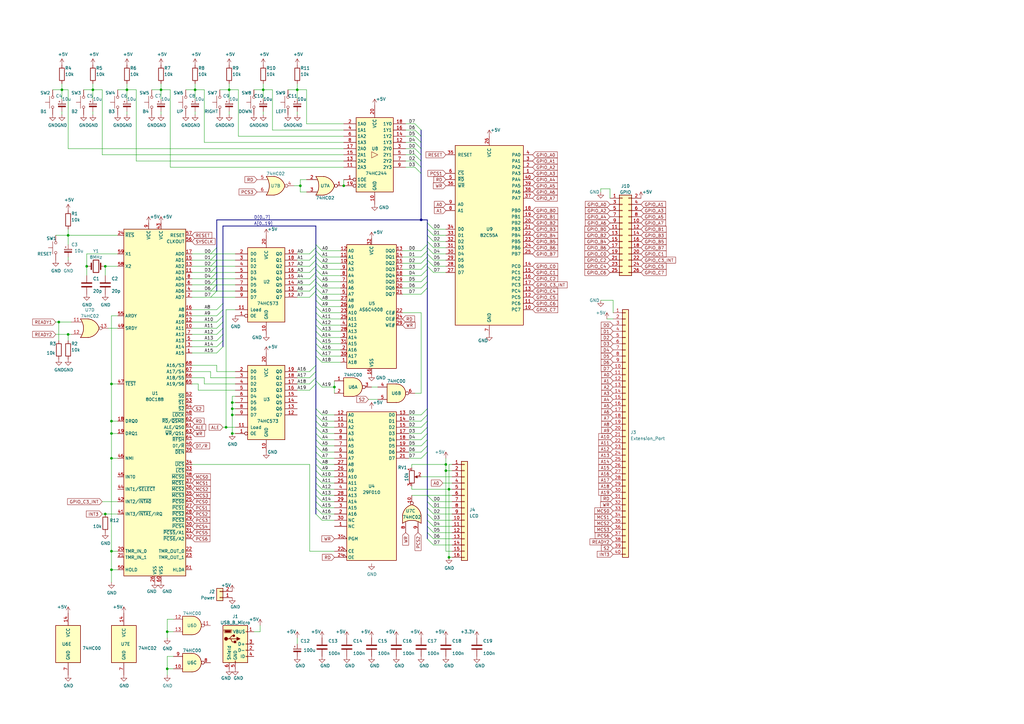
<source format=kicad_sch>
(kicad_sch (version 20211123) (generator eeschema)
  (paper "A3")
  (junction (at 184.15 200.66))
  (junction (at 172.72 90.17))
  (junction (at 80.01 36.83))
  (junction (at 45.72 157.48))
  (junction (at 95.25 170.18))
  (junction (at 137.16 158.75))
  (junction (at 121.92 36.83))
  (junction (at 184.15 228.6))
  (junction (at 45.72 172.72))
  (junction (at 93.98 36.83))
  (junction (at 45.72 177.8))
  (junction (at 92.71 175.26))
  (junction (at 38.1 36.83))
  (junction (at 68.58 259.08))
  (junction (at 43.18 109.22))
  (junction (at 27.94 137.16))
  (junction (at 140.97 76.2))
  (junction (at 35.56 109.22))
  (junction (at 45.72 233.68))
  (junction (at 95.25 165.1))
  (junction (at 52.07 36.83))
  (junction (at 43.18 210.82))
  (junction (at 68.58 274.32))
  (junction (at 107.95 36.83))
  (junction (at 95.25 167.64))
  (junction (at 182.88 193.04))
  (junction (at 66.04 36.83))
  (junction (at 45.72 226.06))
  (junction (at 182.88 190.5))
  (junction (at 45.72 187.96))
  (junction (at 123.19 76.2))
  (junction (at 27.94 96.52))
  (junction (at 95.25 177.8))
  (junction (at 25.4 36.83))
  (junction (at 24.13 132.08))
  (bus_entry (at 129.54 187.96) (size 2.54 2.54))
  (bus_entry (at 170.18 60.96) (size 2.54 2.54))
  (bus_entry (at 129.54 125.73) (size 2.54 2.54))
  (bus_entry (at 86.36 121.92) (size 2.54 -2.54))
  (bus_entry (at 86.36 119.38) (size 2.54 -2.54))
  (bus_entry (at 86.36 116.84) (size 2.54 -2.54))
  (bus_entry (at 86.36 111.76) (size 2.54 -2.54))
  (bus_entry (at 86.36 114.3) (size 2.54 -2.54))
  (bus_entry (at 86.36 109.22) (size 2.54 -2.54))
  (bus_entry (at 86.36 106.68) (size 2.54 -2.54))
  (bus_entry (at 86.36 104.14) (size 2.54 -2.54))
  (bus_entry (at 175.26 203.2) (size 2.54 2.54))
  (bus_entry (at 170.18 53.34) (size 2.54 2.54))
  (bus_entry (at 129.54 123.19) (size 2.54 2.54))
  (bus_entry (at 172.72 172.72) (size 2.54 -2.54))
  (bus_entry (at 127 104.14) (size 2.54 -2.54))
  (bus_entry (at 172.72 105.41) (size 2.54 -2.54))
  (bus_entry (at 172.72 182.88) (size 2.54 -2.54))
  (bus_entry (at 129.54 210.82) (size 2.54 2.54))
  (bus_entry (at 129.54 128.27) (size 2.54 2.54))
  (bus_entry (at 170.18 55.88) (size 2.54 2.54))
  (bus_entry (at 172.72 113.03) (size 2.54 -2.54))
  (bus_entry (at 170.18 58.42) (size 2.54 2.54))
  (bus_entry (at 129.54 133.35) (size 2.54 2.54))
  (bus_entry (at 129.54 110.49) (size 2.54 2.54))
  (bus_entry (at 127 157.48) (size 2.54 -2.54))
  (bus_entry (at 129.54 167.64) (size 2.54 2.54))
  (bus_entry (at 129.54 180.34) (size 2.54 2.54))
  (bus_entry (at 172.72 175.26) (size 2.54 -2.54))
  (bus_entry (at 127 160.02) (size 2.54 -2.54))
  (bus_entry (at 172.72 177.8) (size 2.54 -2.54))
  (bus_entry (at 175.26 213.36) (size 2.54 2.54))
  (bus_entry (at 175.26 220.98) (size 2.54 2.54))
  (bus_entry (at 129.54 140.97) (size 2.54 2.54))
  (bus_entry (at 127 152.4) (size 2.54 -2.54))
  (bus_entry (at 129.54 175.26) (size 2.54 2.54))
  (bus_entry (at 127 106.68) (size 2.54 -2.54))
  (bus_entry (at 172.72 170.18) (size 2.54 -2.54))
  (bus_entry (at 170.18 68.58) (size 2.54 2.54))
  (bus_entry (at 129.54 190.5) (size 2.54 2.54))
  (bus_entry (at 170.18 50.8) (size 2.54 2.54))
  (bus_entry (at 129.54 200.66) (size 2.54 2.54))
  (bus_entry (at 172.72 118.11) (size 2.54 -2.54))
  (bus_entry (at 129.54 135.89) (size 2.54 2.54))
  (bus_entry (at 170.18 63.5) (size 2.54 2.54))
  (bus_entry (at 129.54 102.87) (size 2.54 2.54))
  (bus_entry (at 127 111.76) (size 2.54 -2.54))
  (bus_entry (at 127 116.84) (size 2.54 -2.54))
  (bus_entry (at 175.26 109.22) (size 2.54 2.54))
  (bus_entry (at 175.26 104.14) (size 2.54 2.54))
  (bus_entry (at 175.26 101.6) (size 2.54 2.54))
  (bus_entry (at 175.26 106.68) (size 2.54 2.54))
  (bus_entry (at 175.26 96.52) (size 2.54 2.54))
  (bus_entry (at 175.26 99.06) (size 2.54 2.54))
  (bus_entry (at 175.26 93.98) (size 2.54 2.54))
  (bus_entry (at 175.26 91.44) (size 2.54 2.54))
  (bus_entry (at 175.26 208.28) (size 2.54 2.54))
  (bus_entry (at 172.72 115.57) (size 2.54 -2.54))
  (bus_entry (at 175.26 205.74) (size 2.54 2.54))
  (bus_entry (at 170.18 66.04) (size 2.54 2.54))
  (bus_entry (at 129.54 185.42) (size 2.54 2.54))
  (bus_entry (at 129.54 130.81) (size 2.54 2.54))
  (bus_entry (at 129.54 156.21) (size 2.54 2.54))
  (bus_entry (at 175.26 210.82) (size 2.54 2.54))
  (bus_entry (at 129.54 177.8) (size 2.54 2.54))
  (bus_entry (at 129.54 100.33) (size 2.54 2.54))
  (bus_entry (at 127 109.22) (size 2.54 -2.54))
  (bus_entry (at 129.54 182.88) (size 2.54 2.54))
  (bus_entry (at 129.54 115.57) (size 2.54 2.54))
  (bus_entry (at 129.54 138.43) (size 2.54 2.54))
  (bus_entry (at 129.54 198.12) (size 2.54 2.54))
  (bus_entry (at 129.54 203.2) (size 2.54 2.54))
  (bus_entry (at 172.72 107.95) (size 2.54 -2.54))
  (bus_entry (at 175.26 218.44) (size 2.54 2.54))
  (bus_entry (at 127 154.94) (size 2.54 -2.54))
  (bus_entry (at 127 114.3) (size 2.54 -2.54))
  (bus_entry (at 129.54 170.18) (size 2.54 2.54))
  (bus_entry (at 129.54 107.95) (size 2.54 2.54))
  (bus_entry (at 129.54 208.28) (size 2.54 2.54))
  (bus_entry (at 172.72 120.65) (size 2.54 -2.54))
  (bus_entry (at 127 121.92) (size 2.54 -2.54))
  (bus_entry (at 129.54 118.11) (size 2.54 2.54))
  (bus_entry (at 127 119.38) (size 2.54 -2.54))
  (bus_entry (at 129.54 113.03) (size 2.54 2.54))
  (bus_entry (at 172.72 185.42) (size 2.54 -2.54))
  (bus_entry (at 129.54 105.41) (size 2.54 2.54))
  (bus_entry (at 172.72 180.34) (size 2.54 -2.54))
  (bus_entry (at 172.72 102.87) (size 2.54 -2.54))
  (bus_entry (at 129.54 146.05) (size 2.54 2.54))
  (bus_entry (at 129.54 195.58) (size 2.54 2.54))
  (bus_entry (at 129.54 193.04) (size 2.54 2.54))
  (bus_entry (at 129.54 205.74) (size 2.54 2.54))
  (bus_entry (at 88.9 139.7) (size 2.54 -2.54))
  (bus_entry (at 88.9 134.62) (size 2.54 -2.54))
  (bus_entry (at 88.9 137.16) (size 2.54 -2.54))
  (bus_entry (at 88.9 144.78) (size 2.54 -2.54))
  (bus_entry (at 88.9 142.24) (size 2.54 -2.54))
  (bus_entry (at 88.9 129.54) (size 2.54 -2.54))
  (bus_entry (at 88.9 132.08) (size 2.54 -2.54))
  (bus_entry (at 88.9 127) (size 2.54 -2.54))
  (bus_entry (at 129.54 143.51) (size 2.54 2.54))
  (bus_entry (at 172.72 110.49) (size 2.54 -2.54))
  (bus_entry (at 129.54 172.72) (size 2.54 2.54))
  (bus_entry (at 172.72 187.96) (size 2.54 -2.54))
  (bus_entry (at 175.26 215.9) (size 2.54 2.54))
  (bus_entry (at 129.54 120.65) (size 2.54 2.54))
  (wire (pts (xy 71.12 269.24) (xy 68.58 269.24)))
  (wire (pts (xy 78.74 134.62) (xy 88.9 134.62)))
  (wire (pts (xy 25.4 45.72) (xy 25.4 46.99)))
  (wire (pts (xy 140.97 58.42) (xy 83.82 58.42)))
  (wire (pts (xy 177.8 215.9) (xy 185.42 215.9)))
  (wire (pts (xy 55.88 66.04) (xy 55.88 36.83)))
  (wire (pts (xy 45.72 129.54) (xy 45.72 157.48)))
  (bus (pts (xy 129.54 119.38) (xy 129.54 120.65)))
  (wire (pts (xy 24.13 132.08) (xy 24.13 139.7)))
  (bus (pts (xy 88.9 106.68) (xy 88.9 109.22)))
  (wire (pts (xy 38.1 34.29) (xy 38.1 36.83)))
  (wire (pts (xy 25.4 36.83) (xy 21.59 36.83)))
  (bus (pts (xy 175.26 213.36) (xy 175.26 215.9)))
  (bus (pts (xy 175.26 91.44) (xy 175.26 93.98)))
  (wire (pts (xy 22.86 137.16) (xy 27.94 137.16)))
  (wire (pts (xy 166.37 60.96) (xy 170.18 60.96)))
  (bus (pts (xy 88.9 90.17) (xy 172.72 90.17)))
  (wire (pts (xy 107.95 34.29) (xy 107.95 36.83)))
  (bus (pts (xy 129.54 187.96) (xy 129.54 190.5)))
  (wire (pts (xy 107.95 36.83) (xy 107.95 40.64)))
  (wire (pts (xy 120.65 76.2) (xy 123.19 76.2)))
  (bus (pts (xy 175.26 106.68) (xy 175.26 107.95)))
  (wire (pts (xy 132.08 208.28) (xy 137.16 208.28)))
  (wire (pts (xy 132.08 125.73) (xy 139.7 125.73)))
  (bus (pts (xy 91.44 134.62) (xy 91.44 137.16)))
  (wire (pts (xy 68.58 274.32) (xy 71.12 274.32)))
  (wire (pts (xy 167.64 187.96) (xy 172.72 187.96)))
  (wire (pts (xy 80.01 36.83) (xy 76.2 36.83)))
  (wire (pts (xy 177.8 104.14) (xy 182.88 104.14)))
  (bus (pts (xy 129.54 195.58) (xy 129.54 198.12)))
  (wire (pts (xy 165.1 105.41) (xy 172.72 105.41)))
  (wire (pts (xy 132.08 115.57) (xy 139.7 115.57)))
  (bus (pts (xy 175.26 118.11) (xy 175.26 167.64)))
  (wire (pts (xy 132.08 118.11) (xy 139.7 118.11)))
  (wire (pts (xy 125.73 36.83) (xy 121.92 36.83)))
  (wire (pts (xy 172.72 128.27) (xy 165.1 128.27)))
  (wire (pts (xy 27.94 96.52) (xy 22.86 96.52)))
  (wire (pts (xy 88.9 104.14) (xy 96.52 104.14)))
  (bus (pts (xy 129.54 138.43) (xy 129.54 140.97)))
  (wire (pts (xy 132.08 187.96) (xy 137.16 187.96)))
  (wire (pts (xy 132.08 213.36) (xy 137.16 213.36)))
  (wire (pts (xy 35.56 104.14) (xy 35.56 109.22)))
  (bus (pts (xy 175.26 203.2) (xy 175.26 205.74)))
  (wire (pts (xy 132.08 195.58) (xy 137.16 195.58)))
  (wire (pts (xy 107.95 45.72) (xy 107.95 46.99)))
  (bus (pts (xy 129.54 172.72) (xy 129.54 175.26)))
  (wire (pts (xy 80.01 34.29) (xy 80.01 36.83)))
  (bus (pts (xy 175.26 215.9) (xy 175.26 218.44)))
  (bus (pts (xy 91.44 124.46) (xy 91.44 127)))
  (bus (pts (xy 129.54 143.51) (xy 129.54 146.05)))
  (bus (pts (xy 129.54 170.18) (xy 129.54 172.72)))
  (bus (pts (xy 175.26 93.98) (xy 175.26 96.52)))
  (wire (pts (xy 121.92 104.14) (xy 127 104.14)))
  (wire (pts (xy 246.38 77.47) (xy 250.19 77.47)))
  (wire (pts (xy 86.36 104.14) (xy 88.9 104.14)))
  (wire (pts (xy 78.74 119.38) (xy 86.36 119.38)))
  (bus (pts (xy 129.54 193.04) (xy 129.54 195.58)))
  (wire (pts (xy 121.92 109.22) (xy 127 109.22)))
  (wire (pts (xy 121.92 119.38) (xy 127 119.38)))
  (wire (pts (xy 78.74 106.68) (xy 86.36 106.68)))
  (wire (pts (xy 140.97 68.58) (xy 69.85 68.58)))
  (bus (pts (xy 172.72 90.17) (xy 175.26 90.17)))
  (wire (pts (xy 66.04 36.83) (xy 62.23 36.83)))
  (bus (pts (xy 91.44 137.16) (xy 91.44 139.7)))
  (wire (pts (xy 86.36 111.76) (xy 88.9 111.76)))
  (bus (pts (xy 175.26 175.26) (xy 175.26 177.8)))
  (wire (pts (xy 181.61 198.12) (xy 185.42 198.12)))
  (wire (pts (xy 177.8 205.74) (xy 185.42 205.74)))
  (bus (pts (xy 129.54 101.6) (xy 129.54 102.87)))
  (wire (pts (xy 166.37 68.58) (xy 170.18 68.58)))
  (wire (pts (xy 86.36 106.68) (xy 88.9 106.68)))
  (wire (pts (xy 140.97 53.34) (xy 111.76 53.34)))
  (wire (pts (xy 86.36 152.4) (xy 86.36 154.94)))
  (wire (pts (xy 132.08 102.87) (xy 139.7 102.87)))
  (wire (pts (xy 96.52 162.56) (xy 95.25 162.56)))
  (wire (pts (xy 45.72 172.72) (xy 48.26 172.72)))
  (wire (pts (xy 132.08 128.27) (xy 139.7 128.27)))
  (bus (pts (xy 129.54 177.8) (xy 129.54 180.34)))
  (wire (pts (xy 78.74 152.4) (xy 86.36 152.4)))
  (wire (pts (xy 88.9 116.84) (xy 96.52 116.84)))
  (bus (pts (xy 129.54 107.95) (xy 129.54 109.22)))
  (wire (pts (xy 93.98 45.72) (xy 93.98 46.99)))
  (wire (pts (xy 177.8 93.98) (xy 182.88 93.98)))
  (wire (pts (xy 27.94 93.98) (xy 27.94 96.52)))
  (wire (pts (xy 182.88 193.04) (xy 182.88 226.06)))
  (wire (pts (xy 24.13 132.08) (xy 29.21 132.08)))
  (bus (pts (xy 129.54 102.87) (xy 129.54 104.14)))
  (wire (pts (xy 78.74 144.78) (xy 88.9 144.78)))
  (bus (pts (xy 129.54 167.64) (xy 129.54 170.18)))
  (wire (pts (xy 43.18 109.22) (xy 48.26 109.22)))
  (wire (pts (xy 78.74 137.16) (xy 88.9 137.16)))
  (wire (pts (xy 132.08 133.35) (xy 139.7 133.35)))
  (wire (pts (xy 78.74 111.76) (xy 86.36 111.76)))
  (bus (pts (xy 88.9 90.17) (xy 88.9 101.6)))
  (wire (pts (xy 44.45 134.62) (xy 48.26 134.62)))
  (wire (pts (xy 177.8 213.36) (xy 185.42 213.36)))
  (wire (pts (xy 27.94 36.83) (xy 27.94 60.96)))
  (wire (pts (xy 246.38 77.47) (xy 246.38 78.74)))
  (bus (pts (xy 129.54 200.66) (xy 129.54 203.2)))
  (bus (pts (xy 88.9 116.84) (xy 88.9 119.38)))
  (wire (pts (xy 27.94 96.52) (xy 48.26 96.52)))
  (bus (pts (xy 175.26 100.33) (xy 175.26 101.6)))
  (wire (pts (xy 140.97 50.8) (xy 125.73 50.8)))
  (bus (pts (xy 175.26 218.44) (xy 175.26 220.98)))
  (wire (pts (xy 52.07 45.72) (xy 52.07 46.99)))
  (bus (pts (xy 129.54 133.35) (xy 129.54 135.89)))
  (wire (pts (xy 151.13 163.83) (xy 154.94 163.83)))
  (bus (pts (xy 88.9 101.6) (xy 88.9 104.14)))
  (wire (pts (xy 78.74 116.84) (xy 86.36 116.84)))
  (wire (pts (xy 86.36 154.94) (xy 96.52 154.94)))
  (wire (pts (xy 140.97 76.2) (xy 140.97 73.66)))
  (wire (pts (xy 92.71 127) (xy 92.71 175.26)))
  (wire (pts (xy 78.74 104.14) (xy 86.36 104.14)))
  (wire (pts (xy 95.25 170.18) (xy 95.25 177.8)))
  (bus (pts (xy 175.26 102.87) (xy 175.26 104.14)))
  (wire (pts (xy 140.97 55.88) (xy 97.79 55.88)))
  (wire (pts (xy 165.1 118.11) (xy 172.72 118.11)))
  (bus (pts (xy 129.54 180.34) (xy 129.54 182.88)))
  (bus (pts (xy 129.54 109.22) (xy 129.54 110.49)))
  (wire (pts (xy 137.16 226.06) (xy 127 226.06)))
  (wire (pts (xy 78.74 139.7) (xy 88.9 139.7)))
  (wire (pts (xy 104.14 259.08) (xy 106.68 259.08)))
  (wire (pts (xy 88.9 109.22) (xy 96.52 109.22)))
  (bus (pts (xy 129.54 100.33) (xy 129.54 101.6)))
  (wire (pts (xy 78.74 142.24) (xy 88.9 142.24)))
  (wire (pts (xy 121.92 36.83) (xy 121.92 40.64)))
  (wire (pts (xy 78.74 127) (xy 88.9 127)))
  (wire (pts (xy 121.92 160.02) (xy 127 160.02)))
  (wire (pts (xy 140.97 63.5) (xy 41.91 63.5)))
  (wire (pts (xy 132.08 170.18) (xy 137.16 170.18)))
  (wire (pts (xy 52.07 36.83) (xy 48.26 36.83)))
  (wire (pts (xy 132.08 172.72) (xy 137.16 172.72)))
  (bus (pts (xy 175.26 177.8) (xy 175.26 180.34)))
  (wire (pts (xy 132.08 180.34) (xy 137.16 180.34)))
  (wire (pts (xy 172.72 161.29) (xy 172.72 128.27)))
  (wire (pts (xy 167.64 185.42) (xy 172.72 185.42)))
  (wire (pts (xy 177.8 109.22) (xy 182.88 109.22)))
  (wire (pts (xy 137.16 156.21) (xy 137.16 158.75)))
  (wire (pts (xy 93.98 36.83) (xy 90.17 36.83)))
  (wire (pts (xy 132.08 123.19) (xy 139.7 123.19)))
  (wire (pts (xy 27.94 139.7) (xy 27.94 137.16)))
  (wire (pts (xy 25.4 36.83) (xy 27.94 36.83)))
  (wire (pts (xy 43.18 109.22) (xy 43.18 113.03)))
  (wire (pts (xy 177.8 220.98) (xy 185.42 220.98)))
  (bus (pts (xy 91.44 129.54) (xy 91.44 132.08)))
  (wire (pts (xy 123.19 78.74) (xy 123.19 76.2)))
  (bus (pts (xy 129.54 208.28) (xy 129.54 210.82)))
  (wire (pts (xy 86.36 114.3) (xy 88.9 114.3)))
  (wire (pts (xy 106.68 259.08) (xy 106.68 256.54)))
  (wire (pts (xy 185.42 190.5) (xy 184.15 190.5)))
  (wire (pts (xy 111.76 36.83) (xy 107.95 36.83)))
  (wire (pts (xy 168.91 190.5) (xy 182.88 190.5)))
  (wire (pts (xy 95.25 165.1) (xy 96.52 165.1)))
  (wire (pts (xy 52.07 36.83) (xy 52.07 40.64)))
  (bus (pts (xy 172.72 63.5) (xy 172.72 66.04)))
  (wire (pts (xy 83.82 154.94) (xy 83.82 157.48)))
  (wire (pts (xy 132.08 148.59) (xy 139.7 148.59)))
  (wire (pts (xy 48.26 129.54) (xy 45.72 129.54)))
  (bus (pts (xy 91.44 92.71) (xy 91.44 124.46)))
  (wire (pts (xy 132.08 107.95) (xy 139.7 107.95)))
  (wire (pts (xy 132.08 175.26) (xy 137.16 175.26)))
  (wire (pts (xy 121.92 261.62) (xy 121.92 264.16)))
  (bus (pts (xy 129.54 157.48) (xy 129.54 167.64)))
  (bus (pts (xy 129.54 111.76) (xy 129.54 113.03)))
  (wire (pts (xy 83.82 157.48) (xy 96.52 157.48)))
  (wire (pts (xy 27.94 137.16) (xy 29.21 137.16)))
  (wire (pts (xy 182.88 187.96) (xy 182.88 190.5)))
  (wire (pts (xy 184.15 200.66) (xy 184.15 228.6)))
  (bus (pts (xy 129.54 92.71) (xy 129.54 100.33)))
  (wire (pts (xy 185.42 226.06) (xy 182.88 226.06)))
  (wire (pts (xy 250.19 77.47) (xy 250.19 81.28)))
  (wire (pts (xy 78.74 157.48) (xy 81.28 157.48)))
  (wire (pts (xy 25.4 34.29) (xy 25.4 36.83)))
  (bus (pts (xy 91.44 127) (xy 91.44 129.54)))
  (bus (pts (xy 175.26 115.57) (xy 175.26 118.11)))
  (wire (pts (xy 121.92 106.68) (xy 127 106.68)))
  (wire (pts (xy 41.91 36.83) (xy 41.91 63.5)))
  (wire (pts (xy 177.8 210.82) (xy 185.42 210.82)))
  (wire (pts (xy 88.9 111.76) (xy 96.52 111.76)))
  (wire (pts (xy 41.91 36.83) (xy 38.1 36.83)))
  (wire (pts (xy 140.97 66.04) (xy 55.88 66.04)))
  (wire (pts (xy 177.8 208.28) (xy 185.42 208.28)))
  (bus (pts (xy 129.54 154.94) (xy 129.54 156.21)))
  (bus (pts (xy 175.26 96.52) (xy 175.26 99.06)))
  (wire (pts (xy 125.73 78.74) (xy 123.19 78.74)))
  (wire (pts (xy 177.8 218.44) (xy 185.42 218.44)))
  (wire (pts (xy 97.79 36.83) (xy 93.98 36.83)))
  (wire (pts (xy 91.44 175.26) (xy 92.71 175.26)))
  (bus (pts (xy 129.54 110.49) (xy 129.54 111.76)))
  (bus (pts (xy 175.26 110.49) (xy 175.26 113.03)))
  (wire (pts (xy 132.08 210.82) (xy 137.16 210.82)))
  (wire (pts (xy 132.08 135.89) (xy 139.7 135.89)))
  (bus (pts (xy 175.26 107.95) (xy 175.26 109.22)))
  (wire (pts (xy 177.8 96.52) (xy 182.88 96.52)))
  (wire (pts (xy 41.91 205.74) (xy 48.26 205.74)))
  (wire (pts (xy 78.74 154.94) (xy 83.82 154.94)))
  (bus (pts (xy 175.26 105.41) (xy 175.26 106.68)))
  (wire (pts (xy 95.25 167.64) (xy 95.25 170.18)))
  (bus (pts (xy 129.54 157.48) (xy 129.54 156.21)))
  (wire (pts (xy 132.08 190.5) (xy 137.16 190.5)))
  (wire (pts (xy 95.25 170.18) (xy 96.52 170.18)))
  (wire (pts (xy 43.18 210.82) (xy 48.26 210.82)))
  (wire (pts (xy 132.08 203.2) (xy 137.16 203.2)))
  (wire (pts (xy 246.38 123.19) (xy 251.46 123.19)))
  (wire (pts (xy 165.1 120.65) (xy 172.72 120.65)))
  (wire (pts (xy 121.92 114.3) (xy 127 114.3)))
  (wire (pts (xy 121.92 121.92) (xy 127 121.92)))
  (bus (pts (xy 129.54 113.03) (xy 129.54 114.3)))
  (bus (pts (xy 129.54 115.57) (xy 129.54 116.84)))
  (wire (pts (xy 97.79 55.88) (xy 97.79 36.83)))
  (wire (pts (xy 68.58 269.24) (xy 68.58 274.32)))
  (bus (pts (xy 175.26 180.34) (xy 175.26 182.88)))
  (wire (pts (xy 167.64 172.72) (xy 172.72 172.72)))
  (wire (pts (xy 45.72 233.68) (xy 45.72 238.76)))
  (wire (pts (xy 132.08 120.65) (xy 139.7 120.65)))
  (wire (pts (xy 95.25 177.8) (xy 96.52 177.8)))
  (bus (pts (xy 88.9 111.76) (xy 88.9 114.3)))
  (wire (pts (xy 168.91 200.66) (xy 184.15 200.66)))
  (wire (pts (xy 35.56 109.22) (xy 35.56 113.03)))
  (wire (pts (xy 93.98 34.29) (xy 93.98 36.83)))
  (wire (pts (xy 95.25 165.1) (xy 95.25 167.64)))
  (wire (pts (xy 48.26 157.48) (xy 45.72 157.48)))
  (wire (pts (xy 78.74 114.3) (xy 86.36 114.3)))
  (wire (pts (xy 121.92 154.94) (xy 127 154.94)))
  (wire (pts (xy 121.92 45.72) (xy 121.92 46.99)))
  (wire (pts (xy 81.28 157.48) (xy 81.28 160.02)))
  (wire (pts (xy 184.15 228.6) (xy 185.42 228.6)))
  (bus (pts (xy 129.54 125.73) (xy 129.54 128.27)))
  (wire (pts (xy 132.08 177.8) (xy 137.16 177.8)))
  (wire (pts (xy 166.37 63.5) (xy 170.18 63.5)))
  (wire (pts (xy 132.08 158.75) (xy 137.16 158.75)))
  (wire (pts (xy 45.72 177.8) (xy 48.26 177.8)))
  (bus (pts (xy 175.26 90.17) (xy 175.26 91.44)))
  (wire (pts (xy 88.9 149.86) (xy 88.9 152.4)))
  (wire (pts (xy 78.74 132.08) (xy 88.9 132.08)))
  (wire (pts (xy 132.08 185.42) (xy 137.16 185.42)))
  (wire (pts (xy 177.8 101.6) (xy 182.88 101.6)))
  (wire (pts (xy 167.64 180.34) (xy 172.72 180.34)))
  (bus (pts (xy 129.54 140.97) (xy 129.54 143.51)))
  (wire (pts (xy 52.07 34.29) (xy 52.07 36.83)))
  (wire (pts (xy 172.72 161.29) (xy 170.18 161.29)))
  (bus (pts (xy 129.54 146.05) (xy 129.54 149.86)))
  (bus (pts (xy 88.9 104.14) (xy 88.9 106.68)))
  (bus (pts (xy 129.54 185.42) (xy 129.54 187.96)))
  (bus (pts (xy 129.54 116.84) (xy 129.54 118.11)))
  (wire (pts (xy 107.95 36.83) (xy 104.14 36.83)))
  (wire (pts (xy 88.9 119.38) (xy 96.52 119.38)))
  (bus (pts (xy 172.72 60.96) (xy 172.72 63.5)))
  (wire (pts (xy 167.64 177.8) (xy 172.72 177.8)))
  (wire (pts (xy 152.4 158.75) (xy 154.94 158.75)))
  (wire (pts (xy 78.74 109.22) (xy 86.36 109.22)))
  (wire (pts (xy 88.9 114.3) (xy 96.52 114.3)))
  (wire (pts (xy 95.25 162.56) (xy 95.25 165.1)))
  (wire (pts (xy 48.26 187.96) (xy 45.72 187.96)))
  (wire (pts (xy 25.4 36.83) (xy 25.4 40.64)))
  (bus (pts (xy 175.26 185.42) (xy 175.26 203.2)))
  (wire (pts (xy 80.01 36.83) (xy 80.01 40.64)))
  (wire (pts (xy 68.58 259.08) (xy 71.12 259.08)))
  (wire (pts (xy 165.1 115.57) (xy 172.72 115.57)))
  (wire (pts (xy 68.58 254) (xy 68.58 259.08)))
  (wire (pts (xy 127 190.5) (xy 78.74 190.5)))
  (bus (pts (xy 129.54 106.68) (xy 129.54 107.95)))
  (bus (pts (xy 129.54 123.19) (xy 129.54 125.73)))
  (wire (pts (xy 165.1 110.49) (xy 172.72 110.49)))
  (bus (pts (xy 172.72 68.58) (xy 172.72 71.12)))
  (bus (pts (xy 175.26 172.72) (xy 175.26 175.26)))
  (wire (pts (xy 175.26 203.2) (xy 185.42 203.2)))
  (wire (pts (xy 182.88 193.04) (xy 185.42 193.04)))
  (wire (pts (xy 132.08 200.66) (xy 137.16 200.66)))
  (wire (pts (xy 132.08 182.88) (xy 137.16 182.88)))
  (bus (pts (xy 172.72 53.34) (xy 172.72 55.88)))
  (bus (pts (xy 129.54 120.65) (xy 129.54 123.19)))
  (wire (pts (xy 78.74 121.92) (xy 86.36 121.92)))
  (bus (pts (xy 91.44 139.7) (xy 91.44 142.24)))
  (wire (pts (xy 132.08 146.05) (xy 139.7 146.05)))
  (bus (pts (xy 172.72 55.88) (xy 172.72 58.42)))
  (bus (pts (xy 129.54 175.26) (xy 129.54 177.8)))
  (wire (pts (xy 168.91 199.39) (xy 168.91 200.66)))
  (bus (pts (xy 129.54 105.41) (xy 129.54 106.68)))
  (wire (pts (xy 86.36 109.22) (xy 88.9 109.22)))
  (wire (pts (xy 132.08 130.81) (xy 139.7 130.81)))
  (bus (pts (xy 129.54 128.27) (xy 129.54 130.81)))
  (wire (pts (xy 88.9 152.4) (xy 96.52 152.4)))
  (wire (pts (xy 182.88 190.5) (xy 182.88 193.04)))
  (wire (pts (xy 121.92 152.4) (xy 127 152.4)))
  (wire (pts (xy 184.15 190.5) (xy 184.15 200.66)))
  (wire (pts (xy 165.1 102.87) (xy 172.72 102.87)))
  (wire (pts (xy 81.28 160.02) (xy 96.52 160.02)))
  (wire (pts (xy 27.94 105.41) (xy 27.94 106.68)))
  (wire (pts (xy 45.72 226.06) (xy 48.26 226.06)))
  (bus (pts (xy 129.54 203.2) (xy 129.54 205.74)))
  (bus (pts (xy 175.26 210.82) (xy 175.26 213.36)))
  (wire (pts (xy 121.92 36.83) (xy 118.11 36.83)))
  (wire (pts (xy 41.91 210.82) (xy 43.18 210.82)))
  (wire (pts (xy 38.1 36.83) (xy 34.29 36.83)))
  (wire (pts (xy 177.8 106.68) (xy 182.88 106.68)))
  (wire (pts (xy 69.85 68.58) (xy 69.85 36.83)))
  (wire (pts (xy 66.04 34.29) (xy 66.04 36.83)))
  (bus (pts (xy 88.9 114.3) (xy 88.9 116.84)))
  (bus (pts (xy 175.26 205.74) (xy 175.26 208.28)))
  (wire (pts (xy 121.92 157.48) (xy 127 157.48)))
  (wire (pts (xy 165.1 107.95) (xy 172.72 107.95)))
  (bus (pts (xy 129.54 152.4) (xy 129.54 154.94)))
  (wire (pts (xy 27.94 96.52) (xy 27.94 100.33)))
  (bus (pts (xy 175.26 104.14) (xy 175.26 105.41)))
  (wire (pts (xy 96.52 127) (xy 92.71 127)))
  (wire (pts (xy 251.46 123.19) (xy 251.46 128.27)))
  (bus (pts (xy 129.54 118.11) (xy 129.54 119.38)))
  (wire (pts (xy 166.37 66.04) (xy 170.18 66.04)))
  (wire (pts (xy 45.72 177.8) (xy 45.72 187.96)))
  (wire (pts (xy 248.92 130.81) (xy 251.46 130.81)))
  (bus (pts (xy 175.26 109.22) (xy 175.26 110.49)))
  (wire (pts (xy 184.15 200.66) (xy 185.42 200.66)))
  (wire (pts (xy 66.04 36.83) (xy 66.04 40.64)))
  (wire (pts (xy 111.76 53.34) (xy 111.76 36.83)))
  (wire (pts (xy 168.91 203.2) (xy 175.26 203.2)))
  (bus (pts (xy 175.26 113.03) (xy 175.26 115.57)))
  (bus (pts (xy 129.54 104.14) (xy 129.54 105.41)))
  (wire (pts (xy 121.92 111.76) (xy 127 111.76)))
  (wire (pts (xy 166.37 55.88) (xy 170.18 55.88)))
  (bus (pts (xy 175.26 182.88) (xy 175.26 185.42)))
  (wire (pts (xy 177.8 223.52) (xy 185.42 223.52)))
  (wire (pts (xy 127 226.06) (xy 127 190.5)))
  (bus (pts (xy 175.26 99.06) (xy 175.26 100.33)))
  (wire (pts (xy 71.12 254) (xy 68.58 254)))
  (bus (pts (xy 129.54 135.89) (xy 129.54 138.43)))
  (wire (pts (xy 55.88 36.83) (xy 52.07 36.83)))
  (wire (pts (xy 27.94 60.96) (xy 140.97 60.96)))
  (wire (pts (xy 45.72 157.48) (xy 45.72 172.72)))
  (wire (pts (xy 121.92 34.29) (xy 121.92 36.83)))
  (wire (pts (xy 132.08 205.74) (xy 137.16 205.74)))
  (bus (pts (xy 175.26 167.64) (xy 175.26 170.18)))
  (wire (pts (xy 172.72 195.58) (xy 185.42 195.58)))
  (bus (pts (xy 129.54 182.88) (xy 129.54 185.42)))
  (wire (pts (xy 22.86 132.08) (xy 24.13 132.08)))
  (wire (pts (xy 132.08 198.12) (xy 137.16 198.12)))
  (wire (pts (xy 45.72 187.96) (xy 45.72 226.06)))
  (wire (pts (xy 177.8 111.76) (xy 182.88 111.76)))
  (bus (pts (xy 91.44 92.71) (xy 129.54 92.71)))
  (wire (pts (xy 86.36 119.38) (xy 88.9 119.38)))
  (wire (pts (xy 168.91 190.5) (xy 168.91 191.77)))
  (bus (pts (xy 175.26 170.18) (xy 175.26 172.72)))
  (wire (pts (xy 35.56 104.14) (xy 48.26 104.14)))
  (wire (pts (xy 93.98 36.83) (xy 93.98 40.64)))
  (wire (pts (xy 78.74 129.54) (xy 88.9 129.54)))
  (wire (pts (xy 78.74 149.86) (xy 88.9 149.86)))
  (bus (pts (xy 172.72 71.12) (xy 172.72 90.17)))
  (bus (pts (xy 129.54 198.12) (xy 129.54 200.66)))
  (wire (pts (xy 132.08 193.04) (xy 137.16 193.04)))
  (wire (pts (xy 165.1 113.03) (xy 172.72 113.03)))
  (wire (pts (xy 68.58 274.32) (xy 68.58 276.86)))
  (wire (pts (xy 132.08 138.43) (xy 139.7 138.43)))
  (wire (pts (xy 88.9 106.68) (xy 96.52 106.68)))
  (wire (pts (xy 80.01 45.72) (xy 80.01 46.99)))
  (bus (pts (xy 129.54 205.74) (xy 129.54 208.28)))
  (bus (pts (xy 88.9 109.22) (xy 88.9 111.76)))
  (wire (pts (xy 166.37 50.8) (xy 170.18 50.8)))
  (bus (pts (xy 129.54 130.81) (xy 129.54 133.35)))
  (bus (pts (xy 129.54 190.5) (xy 129.54 193.04)))
  (wire (pts (xy 66.04 45.72) (xy 66.04 46.99)))
  (wire (pts (xy 69.85 36.83) (xy 66.04 36.83)))
  (wire (pts (xy 132.08 105.41) (xy 139.7 105.41)))
  (wire (pts (xy 137.16 158.75) (xy 137.16 161.29)))
  (wire (pts (xy 86.36 121.92) (xy 96.52 121.92)))
  (wire (pts (xy 167.64 170.18) (xy 172.72 170.18)))
  (wire (pts (xy 132.08 143.51) (xy 139.7 143.51)))
  (wire (pts (xy 92.71 175.26) (xy 96.52 175.26)))
  (wire (pts (xy 121.92 116.84) (xy 127 116.84)))
  (wire (pts (xy 45.72 233.68) (xy 48.26 233.68)))
  (wire (pts (xy 167.64 182.88) (xy 172.72 182.88)))
  (wire (pts (xy 166.37 58.42) (xy 170.18 58.42)))
  (bus (pts (xy 91.44 132.08) (xy 91.44 134.62)))
  (wire (pts (xy 86.36 116.84) (xy 88.9 116.84)))
  (bus (pts (xy 172.72 58.42) (xy 172.72 60.96)))
  (wire (pts (xy 166.37 53.34) (xy 170.18 53.34)))
  (bus (pts (xy 172.72 66.04) (xy 172.72 68.58)))
  (wire (pts (xy 123.19 76.2) (xy 123.19 73.66)))
  (wire (pts (xy 132.08 140.97) (xy 139.7 140.97)))
  (wire (pts (xy 83.82 36.83) (xy 83.82 58.42)))
  (wire (pts (xy 132.08 113.03) (xy 139.7 113.03)))
  (wire (pts (xy 68.58 259.08) (xy 68.58 261.62)))
  (wire (pts (xy 177.8 99.06) (xy 182.88 99.06)))
  (wire (pts (xy 83.82 36.83) (xy 80.01 36.83)))
  (wire (pts (xy 95.25 167.64) (xy 96.52 167.64)))
  (wire (pts (xy 123.19 73.66) (xy 125.73 73.66)))
  (wire (pts (xy 125.73 50.8) (xy 125.73 36.83)))
  (wire (pts (xy 38.1 45.72) (xy 38.1 46.99)))
  (wire (pts (xy 167.64 175.26) (xy 172.72 175.26)))
  (bus (pts (xy 129.54 149.86) (xy 129.54 152.4)))
  (wire (pts (xy 38.1 36.83) (xy 38.1 40.64)))
  (bus (pts (xy 175.26 208.28) (xy 175.26 210.82)))
  (bus (pts (xy 129.54 114.3) (xy 129.54 115.57)))
  (bus (pts (xy 175.26 101.6) (xy 175.26 102.87)))
  (wire (pts (xy 45.72 226.06) (xy 45.72 233.68)))
  (wire (pts (xy 45.72 172.72) (xy 45.72 177.8)))
  (wire (pts (xy 132.08 110.49) (xy 139.7 110.49)))
  (label "D4" (at 167.64 180.34 0))
  (label "A11" (at 132.08 130.81 0))
  (label "A8" (at 132.08 190.5 0))
  (label "D6" (at 83.82 119.38 0))
  (label "D5" (at 167.64 182.88 0))
  (label "D4" (at 167.64 113.03 0))
  (label "A16" (at 121.92 152.4 0))
  (label "A0" (at 132.08 102.87 0))
  (label "D[0..7]" (at 104.14 90.17 0))
  (label "A15" (at 83.82 144.78 0))
  (label "A10" (at 132.08 128.27 0))
  (label "D2" (at 177.8 99.06 0))
  (label "A0" (at 121.92 104.14 0))
  (label "A16" (at 132.08 143.51 0))
  (label "D0" (at 167.64 102.87 0))
  (label "A2" (at 132.08 175.26 0))
  (label "A9" (at 132.08 125.73 0))
  (label "D4" (at 177.8 104.14 0))
  (label "A6" (at 121.92 119.38 0))
  (label "A10" (at 132.08 195.58 0))
  (label "D3" (at 177.8 213.36 0))
  (label "D1" (at 167.64 172.72 0))
  (label "A9" (at 132.08 193.04 0))
  (label "D2" (at 167.64 107.95 0))
  (label "A2" (at 132.08 107.95 0))
  (label "A4" (at 132.08 180.34 0))
  (label "A0" (at 132.08 170.18 0))
  (label "A11" (at 132.08 198.12 0))
  (label "D3" (at 83.82 111.76 0))
  (label "D5" (at 83.82 116.84 0))
  (label "D6" (at 167.64 53.34 0))
  (label "A5" (at 132.08 182.88 0))
  (label "A14" (at 83.82 142.24 0))
  (label "D7" (at 83.82 121.92 0))
  (label "D0" (at 177.8 205.74 0))
  (label "A13" (at 132.08 203.2 0))
  (label "A1" (at 132.08 172.72 0))
  (label "A7" (at 132.08 120.65 0))
  (label "A9" (at 83.82 129.54 0))
  (label "D1" (at 167.64 105.41 0))
  (label "D7" (at 167.64 50.8 0))
  (label "A19" (at 132.08 158.75 0))
  (label "D2" (at 177.8 210.82 0))
  (label "D2" (at 167.64 175.26 0))
  (label "A6" (at 132.08 118.11 0))
  (label "D1" (at 177.8 96.52 0))
  (label "D5" (at 177.8 106.68 0))
  (label "D0" (at 177.8 93.98 0))
  (label "D5" (at 177.8 218.44 0))
  (label "A18" (at 132.08 148.59 0))
  (label "A6" (at 132.08 185.42 0))
  (label "D6" (at 167.64 185.42 0))
  (label "D4" (at 167.64 58.42 0))
  (label "A4" (at 132.08 113.03 0))
  (label "D5" (at 167.64 115.57 0))
  (label "A12" (at 132.08 200.66 0))
  (label "D5" (at 167.64 55.88 0))
  (label "D6" (at 177.8 109.22 0))
  (label "A18" (at 121.92 157.48 0))
  (label "D1" (at 83.82 106.68 0))
  (label "A5" (at 132.08 115.57 0))
  (label "A3" (at 132.08 177.8 0))
  (label "A7" (at 132.08 187.96 0))
  (label "D2" (at 83.82 109.22 0))
  (label "A15" (at 132.08 140.97 0))
  (label "A17" (at 132.08 213.36 0))
  (label "D7" (at 167.64 187.96 0))
  (label "D4" (at 83.82 114.3 0))
  (label "A4" (at 121.92 114.3 0))
  (label "D6" (at 177.8 220.98 0))
  (label "A[0..19]" (at 104.14 92.71 0))
  (label "A12" (at 132.08 133.35 0))
  (label "D0" (at 167.64 60.96 0))
  (label "A1" (at 121.92 106.68 0))
  (label "A1" (at 132.08 105.41 0))
  (label "A2" (at 121.92 109.22 0))
  (label "D3" (at 177.8 101.6 0))
  (label "D0" (at 167.64 170.18 0))
  (label "A14" (at 132.08 205.74 0))
  (label "D3" (at 167.64 68.58 0))
  (label "A8" (at 83.82 127 0))
  (label "A13" (at 132.08 135.89 0))
  (label "D3" (at 167.64 177.8 0))
  (label "A5" (at 121.92 116.84 0))
  (label "A3" (at 121.92 111.76 0))
  (label "A3" (at 132.08 110.49 0))
  (label "D7" (at 167.64 120.65 0))
  (label "D7" (at 177.8 111.76 0))
  (label "D3" (at 167.64 110.49 0))
  (label "D2" (at 167.64 66.04 0))
  (label "A10" (at 83.82 132.08 0))
  (label "A7" (at 121.92 121.92 0))
  (label "A14" (at 132.08 138.43 0))
  (label "D6" (at 167.64 118.11 0))
  (label "A8" (at 132.08 123.19 0))
  (label "A12" (at 83.82 137.16 0))
  (label "A15" (at 132.08 208.28 0))
  (label "A17" (at 132.08 146.05 0))
  (label "A16" (at 132.08 210.82 0))
  (label "D1" (at 177.8 208.28 0))
  (label "D0" (at 83.82 104.14 0))
  (label "D4" (at 177.8 215.9 0))
  (label "A13" (at 83.82 139.7 0))
  (label "D1" (at 167.64 63.5 0))
  (label "D7" (at 177.8 223.52 0))
  (label "A17" (at 121.92 154.94 0))
  (label "A19" (at 121.92 160.02 0))
  (label "A11" (at 83.82 134.62 0))
  (global_label "RD" (shape input) (at 182.88 73.66 180) (property "Intersheet References" "${INTERSHEET_REFS}" (effects hide)))
  (global_label "GPIO_B4" (shape input) (at 250.19 99.06 180) (property "Intersheet References" "${INTERSHEET_REFS}" (effects hide)))
  (global_label "SYSCLK" (shape input) (at 78.74 99.06 0) (property "Intersheet References" "${INTERSHEET_REFS}" (effects hide)))
  (global_label "RD" (shape input) (at 137.16 228.6 180) (property "Intersheet References" "${INTERSHEET_REFS}" (effects hide)))
  (global_label "GPIO_B6" (shape input) (at 218.44 101.6 0) (property "Intersheet References" "${INTERSHEET_REFS}" (effects hide)))
  (global_label "RD" (shape input) (at 251.46 204.47 180) (property "Intersheet References" "${INTERSHEET_REFS}" (effects hide)))
  (global_label "GPIO_A6" (shape input) (at 218.44 78.74 0) (property "Intersheet References" "${INTERSHEET_REFS}" (effects hide)))
  (global_label "A15" (shape input) (at 251.46 191.77 180) (property "Intersheet References" "${INTERSHEET_REFS}" (effects hide)))
  (global_label "A16" (shape input) (at 251.46 194.31 180) (property "Intersheet References" "${INTERSHEET_REFS}" (effects hide)))
  (global_label "A5" (shape input) (at 251.46 166.37 180) (property "Intersheet References" "${INTERSHEET_REFS}" (effects hide)))
  (global_label "A18" (shape input) (at 251.46 199.39 180) (property "Intersheet References" "${INTERSHEET_REFS}" (effects hide)))
  (global_label "A8" (shape input) (at 251.46 173.99 180) (property "Intersheet References" "${INTERSHEET_REFS}" (effects hide)))
  (global_label "GPIO_C5" (shape input) (at 262.89 109.22 0) (property "Intersheet References" "${INTERSHEET_REFS}" (effects hide)))
  (global_label "GPIO_C2" (shape input) (at 218.44 114.3 0) (property "Intersheet References" "${INTERSHEET_REFS}" (effects hide)))
  (global_label "MCS1" (shape input) (at 78.74 198.12 0) (property "Intersheet References" "${INTERSHEET_REFS}" (effects hide)))
  (global_label "A12" (shape input) (at 251.46 184.15 180) (property "Intersheet References" "${INTERSHEET_REFS}" (effects hide)))
  (global_label "D2" (shape input) (at 251.46 138.43 180) (property "Intersheet References" "${INTERSHEET_REFS}" (effects hide)))
  (global_label "GPIO_C3_INT" (shape input) (at 262.89 106.68 0) (property "Intersheet References" "${INTERSHEET_REFS}" (effects hide)))
  (global_label "A13" (shape input) (at 251.46 186.69 180) (property "Intersheet References" "${INTERSHEET_REFS}" (effects hide)))
  (global_label "S2" (shape input) (at 151.13 163.83 180) (property "Intersheet References" "${INTERSHEET_REFS}" (effects hide)))
  (global_label "S2" (shape input) (at 251.46 224.79 180) (property "Intersheet References" "${INTERSHEET_REFS}" (effects hide)))
  (global_label "RD" (shape input) (at 78.74 172.72 0) (property "Intersheet References" "${INTERSHEET_REFS}" (effects hide)))
  (global_label "D4" (shape input) (at 251.46 143.51 180) (property "Intersheet References" "${INTERSHEET_REFS}" (effects hide)))
  (global_label "GPIO_A6" (shape input) (at 250.19 91.44 180) (property "Intersheet References" "${INTERSHEET_REFS}" (effects hide)))
  (global_label "GPIO_C6" (shape input) (at 218.44 124.46 0) (property "Intersheet References" "${INTERSHEET_REFS}" (effects hide)))
  (global_label "GPIO_B6" (shape input) (at 250.19 101.6 180) (property "Intersheet References" "${INTERSHEET_REFS}" (effects hide)))
  (global_label "D5" (shape input) (at 251.46 146.05 180) (property "Intersheet References" "${INTERSHEET_REFS}" (effects hide)))
  (global_label "PCS1" (shape input) (at 182.88 71.12 180) (property "Intersheet References" "${INTERSHEET_REFS}" (effects hide)))
  (global_label "GPIO_C6" (shape input) (at 250.19 111.76 180) (property "Intersheet References" "${INTERSHEET_REFS}" (effects hide)))
  (global_label "PCS1" (shape input) (at 78.74 208.28 0) (property "Intersheet References" "${INTERSHEET_REFS}" (effects hide)))
  (global_label "A1" (shape input) (at 251.46 156.21 180) (property "Intersheet References" "${INTERSHEET_REFS}" (effects hide)))
  (global_label "GPIO_A1" (shape input) (at 262.89 83.82 0) (property "Intersheet References" "${INTERSHEET_REFS}" (effects hide)))
  (global_label "GPIO_B0" (shape input) (at 218.44 86.36 0) (property "Intersheet References" "${INTERSHEET_REFS}" (effects hide)))
  (global_label "A7" (shape input) (at 251.46 171.45 180) (property "Intersheet References" "${INTERSHEET_REFS}" (effects hide)))
  (global_label "PCS6" (shape input) (at 78.74 220.98 0) (property "Intersheet References" "${INTERSHEET_REFS}" (effects hide)))
  (global_label "D1" (shape input) (at 251.46 135.89 180) (property "Intersheet References" "${INTERSHEET_REFS}" (effects hide)))
  (global_label "GPIO_C2" (shape input) (at 250.19 106.68 180) (property "Intersheet References" "${INTERSHEET_REFS}" (effects hide)))
  (global_label "GPIO_A0" (shape input) (at 218.44 63.5 0) (property "Intersheet References" "${INTERSHEET_REFS}" (effects hide)))
  (global_label "A10" (shape input) (at 251.46 179.07 180) (property "Intersheet References" "${INTERSHEET_REFS}" (effects hide)))
  (global_label "GPIO_C4" (shape input) (at 250.19 109.22 180) (property "Intersheet References" "${INTERSHEET_REFS}" (effects hide)))
  (global_label "GPIO_A3" (shape input) (at 262.89 86.36 0) (property "Intersheet References" "${INTERSHEET_REFS}" (effects hide)))
  (global_label "A6" (shape input) (at 251.46 168.91 180) (property "Intersheet References" "${INTERSHEET_REFS}" (effects hide)))
  (global_label "WR" (shape input) (at 137.16 220.98 180) (property "Intersheet References" "${INTERSHEET_REFS}" (effects hide)))
  (global_label "A1" (shape input) (at 182.88 86.36 180) (property "Intersheet References" "${INTERSHEET_REFS}" (effects hide)))
  (global_label "GPIO_A2" (shape input) (at 218.44 68.58 0) (property "Intersheet References" "${INTERSHEET_REFS}" (effects hide)))
  (global_label "PCS4" (shape input) (at 78.74 215.9 0) (property "Intersheet References" "${INTERSHEET_REFS}" (effects hide)))
  (global_label "GPIO_B3" (shape input) (at 262.89 96.52 0) (property "Intersheet References" "${INTERSHEET_REFS}" (effects hide)))
  (global_label "GPIO_B1" (shape input) (at 262.89 93.98 0) (property "Intersheet References" "${INTERSHEET_REFS}" (effects hide)))
  (global_label "PCS0" (shape input) (at 78.74 205.74 0) (property "Intersheet References" "${INTERSHEET_REFS}" (effects hide)))
  (global_label "GPIO_B5" (shape input) (at 262.89 99.06 0) (property "Intersheet References" "${INTERSHEET_REFS}" (effects hide)))
  (global_label "GPIO_C0" (shape input) (at 218.44 109.22 0) (property "Intersheet References" "${INTERSHEET_REFS}" (effects hide)))
  (global_label "D3" (shape input) (at 251.46 140.97 180) (property "Intersheet References" "${INTERSHEET_REFS}" (effects hide)))
  (global_label "A4" (shape input) (at 251.46 163.83 180) (property "Intersheet References" "${INTERSHEET_REFS}" (effects hide)))
  (global_label "A9" (shape input) (at 251.46 176.53 180) (property "Intersheet References" "${INTERSHEET_REFS}" (effects hide)))
  (global_label "READY1" (shape input) (at 22.86 132.08 180) (property "Intersheet References" "${INTERSHEET_REFS}" (effects hide)))
  (global_label "GPIO_C4" (shape input) (at 218.44 119.38 0) (property "Intersheet References" "${INTERSHEET_REFS}" (effects hide)))
  (global_label "GPIO_A0" (shape input) (at 250.19 83.82 180) (property "Intersheet References" "${INTERSHEET_REFS}" (effects hide)))
  (global_label "GPIO_B5" (shape input) (at 218.44 99.06 0) (property "Intersheet References" "${INTERSHEET_REFS}" (effects hide)))
  (global_label "GPIO_A5" (shape input) (at 218.44 76.2 0) (property "Intersheet References" "${INTERSHEET_REFS}" (effects hide)))
  (global_label "PCS5" (shape input) (at 78.74 218.44 0) (property "Intersheet References" "${INTERSHEET_REFS}" (effects hide)))
  (global_label "A3" (shape input) (at 251.46 161.29 180) (property "Intersheet References" "${INTERSHEET_REFS}" (effects hide)))
  (global_label "GPIO_C3_INT" (shape input) (at 218.44 116.84 0) (property "Intersheet References" "${INTERSHEET_REFS}" (effects hide)))
  (global_label "GPIO_C5" (shape input) (at 218.44 121.92 0) (property "Intersheet References" "${INTERSHEET_REFS}" (effects hide)))
  (global_label "READY2" (shape input) (at 251.46 222.25 180) (property "Intersheet References" "${INTERSHEET_REFS}" (effects hide)))
  (global_label "MCS2" (shape input) (at 251.46 214.63 180) (property "Intersheet References" "${INTERSHEET_REFS}" (effects hide)))
  (global_label "GPIO_C7" (shape input) (at 218.44 127 0) (property "Intersheet References" "${INTERSHEET_REFS}" (effects hide)))
  (global_label "GPIO_A1" (shape input) (at 218.44 66.04 0) (property "Intersheet References" "${INTERSHEET_REFS}" (effects hide)))
  (global_label "DT{slash}R" (shape input) (at 78.74 182.88 0) (property "Intersheet References" "${INTERSHEET_REFS}" (effects hide)))
  (global_label "GPIO_B3" (shape input) (at 218.44 93.98 0) (property "Intersheet References" "${INTERSHEET_REFS}" (effects hide)))
  (global_label "INT3" (shape input) (at 251.46 227.33 180) (property "Intersheet References" "${INTERSHEET_REFS}" (effects hide)))
  (global_label "RD" (shape input) (at 105.41 73.66 180) (property "Intersheet References" "${INTERSHEET_REFS}" (effects hide)))
  (global_label "WR" (shape input) (at 165.1 133.35 0) (property "Intersheet References" "${INTERSHEET_REFS}" (effects hide)))
  (global_label "GPIO_B7" (shape input) (at 218.44 104.14 0) (property "Intersheet References" "${INTERSHEET_REFS}" (effects hide)))
  (global_label "GPIO_A7" (shape input) (at 218.44 81.28 0) (property "Intersheet References" "${INTERSHEET_REFS}" (effects hide)))
  (global_label "PCS2" (shape input) (at 171.45 218.44 270) (property "Intersheet References" "${INTERSHEET_REFS}" (effects hide)))
  (global_label "MCS0" (shape input) (at 78.74 195.58 0) (property "Intersheet References" "${INTERSHEET_REFS}" (effects hide)))
  (global_label "GPIO_B2" (shape input) (at 250.19 96.52 180) (property "Intersheet References" "${INTERSHEET_REFS}" (effects hide)))
  (global_label "D0" (shape input) (at 251.46 133.35 180) (property "Intersheet References" "${INTERSHEET_REFS}" (effects hide)))
  (global_label "GPIO_B1" (shape input) (at 218.44 88.9 0) (property "Intersheet References" "${INTERSHEET_REFS}" (effects hide)))
  (global_label "GPIO_A4" (shape input) (at 218.44 73.66 0) (property "Intersheet References" "${INTERSHEET_REFS}" (effects hide)))
  (global_label "INT3" (shape input) (at 41.91 210.82 180) (property "Intersheet References" "${INTERSHEET_REFS}" (effects hide)))
  (global_label "MCS0" (shape input) (at 251.46 209.55 180) (property "Intersheet References" "${INTERSHEET_REFS}" (effects hide)))
  (global_label "A2" (shape input) (at 251.46 158.75 180) (property "Intersheet References" "${INTERSHEET_REFS}" (effects hide)))
  (global_label "GPIO_C1" (shape input) (at 262.89 104.14 0) (property "Intersheet References" "${INTERSHEET_REFS}" (effects hide)))
  (global_label "RESET" (shape input) (at 78.74 96.52 0) (property "Intersheet References" "${INTERSHEET_REFS}" (effects hide)))
  (global_label "ALE" (shape input) (at 78.74 175.26 0) (property "Intersheet References" "${INTERSHEET_REFS}" (effects hide)))
  (global_label "MCS3" (shape input) (at 78.74 203.2 0) (property "Intersheet References" "${INTERSHEET_REFS}" (effects hide)))
  (global_label "MCS2" (shape input) (at 78.74 200.66 0) (property "Intersheet References" "${INTERSHEET_REFS}" (effects hide)))
  (global_label "WR" (shape input) (at 78.74 177.8 0) (property "Intersheet References" "${INTERSHEET_REFS}" (effects hide)))
  (global_label "PCS6" (shape input) (at 251.46 219.71 180) (property "Intersheet References" "${INTERSHEET_REFS}" (effects hide)))
  (global_label "GPIO_A3" (shape input) (at 218.44 71.12 0) (property "Intersheet References" "${INTERSHEET_REFS}" (effects hide)))
  (global_label "GPIO_C0" (shape input) (at 250.19 104.14 180) (property "Intersheet References" "${INTERSHEET_REFS}" (effects hide)))
  (global_label "A0" (shape input) (at 181.61 198.12 180) (property "Intersheet References" "${INTERSHEET_REFS}" (effects hide)))
  (global_label "S2" (shape input) (at 78.74 167.64 0) (property "Intersheet References" "${INTERSHEET_REFS}" (effects hide)))
  (global_label "GPIO_A5" (shape input) (at 262.89 88.9 0) (property "Intersheet References" "${INTERSHEET_REFS}" (effects hide)))
  (global_label "READY2" (shape input) (at 22.86 137.16 180) (property "Intersheet References" "${INTERSHEET_REFS}" (effects hide)))
  (global_label "WR" (shape input) (at 166.37 218.44 270) (property "Intersheet References" "${INTERSHEET_REFS}" (effects hide)))
  (global_label "GPIO_B7" (shape input) (at 262.89 101.6 0) (property "Intersheet References" "${INTERSHEET_REFS}" (effects hide)))
  (global_label "GPIO_A2" (shape input) (at 250.19 86.36 180) (property "Intersheet References" "${INTERSHEET_REFS}" (effects hide)))
  (global_label "D6" (shape input) (at 251.46 148.59 180) (property "Intersheet References" "${INTERSHEET_REFS}" (effects hide)))
  (global_label "GPIO_B0" (shape input) (at 250.19 93.98 180) (property "Intersheet References" "${INTERSHEET_REFS}" (effects hide)))
  (global_label "GPIO_B2" (shape input) (at 218.44 91.44 0) (property "Intersheet References" "${INTERSHEET_REFS}" (effects hide)))
  (global_label "A17" (shape input) (at 251.46 196.85 180) (property "Intersheet References" "${INTERSHEET_REFS}" (effects hide)))
  (global_label "GPIO_C1" (shape input) (at 218.44 111.76 0) (property "Intersheet References" "${INTERSHEET_REFS}" (effects hide)))
  (global_label "MCS3" (shape input) (at 251.46 217.17 180) (property "Intersheet References" "${INTERSHEET_REFS}" (effects hide)))
  (global_label "A0" (shape input) (at 182.88 83.82 180) (property "Intersheet References" "${INTERSHEET_REFS}" (effects hide)))
  (global_label "RESET" (shape input) (at 182.88 63.5 180) (property "Intersheet References" "${INTERSHEET_REFS}" (effects hide)))
  (global_label "GPIO_B4" (shape input) (at 218.44 96.52 0) (property "Intersheet References" "${INTERSHEET_REFS}" (effects hide)))
  (global_label "A0" (shape input) (at 251.46 153.67 180) (property "Intersheet References" "${INTERSHEET_REFS}" (effects hide)))
  (global_label "PCS3" (shape input) (at 78.74 213.36 0) (property "Intersheet References" "${INTERSHEET_REFS}" (effects hide)))
  (global_label "WR" (shape input) (at 182.88 76.2 180) (property "Intersheet References" "${INTERSHEET_REFS}" (effects hide)))
  (global_label "WR" (shape input) (at 251.46 207.01 180) (property "Intersheet References" "${INTERSHEET_REFS}" (effects hide)))
  (global_label "GPIO_C3_INT" (shape input) (at 41.91 205.74 180) (property "Intersheet References" "${INTERSHEET_REFS}" (effects hide)))
  (global_label "PCS2" (shape input) (at 78.74 210.82 0) (property "Intersheet References" "${INTERSHEET_REFS}" (effects hide)))
  (global_label "PCS3" (shape input) (at 105.41 78.74 180) (property "Intersheet References" "${INTERSHEET_REFS}" (effects hide)))
  (global_label "RD" (shape input) (at 165.1 130.81 0) (property "Intersheet References" "${INTERSHEET_REFS}" (effects hide)))
  (global_label "ALE" (shape input) (at 91.44 175.26 180) (property "Intersheet References" "${INTERSHEET_REFS}" (effects hide)))
  (global_label "D7" (shape input) (at 251.46 151.13 180) (property "Intersheet References" "${INTERSHEET_REFS}" (effects hide)))
  (global_label "GPIO_C7" (shape input) (at 262.89 111.76 0) (property "Intersheet References" "${INTERSHEET_REFS}" (effects hide)))
  (global_label "GPIO_A4" (shape input) (at 250.19 88.9 180) (property "Intersheet References" "${INTERSHEET_REFS}" (effects hide)))
  (global_label "MCS1" (shape input) (at 251.46 212.09 180) (property "Intersheet References" "${INTERSHEET_REFS}" (effects hide)))
  (global_label "A14" (shape input) (at 251.46 189.23 180) (property "Intersheet References" "${INTERSHEET_REFS}" (effects hide)))
  (global_label "A19" (shape input) (at 251.46 201.93 180) (property "Intersheet References" "${INTERSHEET_REFS}" (effects hide)))
  (global_label "A11" (shape input) (at 251.46 181.61 180) (property "Intersheet References" "${INTERSHEET_REFS}" (effects hide)))
  (global_label "GPIO_A7" (shape input) (at 262.89 91.44 0) (property "Intersheet References" "${INTERSHEET_REFS}" (effects hide)))
  (symbol (lib_id "Connector_Generic:Conn_01x02") (at 90.17 245.11 180) (unit 1)
    (property "Reference" "J2" (at 88.1381 242.6497 0) (effects (justify left)))
    (property "Value" "Power" (at 88.1381 245.1866 0) (effects (justify left)))
    (property "Footprint" "Connector_JST:JST_XH_B2B-XH-AM_1x02_P2.50mm_Vertical" (effects hide))
  )
  (symbol (lib_id "power:GND") (at 48.26 46.99 0) (unit 1)
    (property "Reference" "#PWR0147" (effects hide))
    (property "Value" "GND" (at 48.387 51.3842 0))
  )
  (symbol (lib_id "power:GND") (at 152.4 231.14 0) (unit 1)
    (property "Reference" "#PWR0120" (effects hide))
    (property "Value" "GND" (at 152.527 235.5342 0))
  )
  (symbol (lib_id "Device:R") (at 43.18 214.63 0) (unit 1)
    (property "Reference" "R12" (at 44.958 213.4616 0) (effects (justify left)))
    (property "Value" "10k" (at 38.1 215.9 0) (effects (justify left)))
    (property "Footprint" "Resistor_THT:R_Axial_DIN0207_L6.3mm_D2.5mm_P10.16mm_Horizontal" (effects hide))
  )
  (symbol (lib_id "power:+5V") (at 162.56 261.62 0) (unit 1)
    (property "Reference" "#PWR0200" (effects hide))
    (property "Value" "+5V" (at 160.02 259.08 0))
  )
  (symbol (lib_id "power:GND") (at 162.56 269.24 0) (unit 1)
    (property "Reference" "#PWR0199" (effects hide))
    (property "Value" "GND" (at 163.83 273.05 0))
  )
  (symbol (lib_id "power:GND") (at 68.58 261.62 0) (unit 1)
    (property "Reference" "#PWR0185" (effects hide))
    (property "Value" "GND" (at 68.707 266.0142 0))
  )
  (symbol (lib_id "Memory_Flash:SST39SF010") (at 152.4 200.66 0) (unit 1)
    (property "Reference" "U4" (at 152.4 199.39 0))
    (property "Value" "29F010" (at 152.4 201.93 0))
    (property "Footprint" "Package_DIP:DIP-32_W15.24mm_Socket" (effects hide))
    (property "Datasheet" "http://ww1.microchip.com/downloads/en/DeviceDoc/25022B.pdf" (effects hide))
  )
  (symbol (lib_id "power:GND") (at 246.38 78.74 0) (unit 1)
    (property "Reference" "#PWR0101" (effects hide))
    (property "Value" "GND" (at 243.84 78.74 0))
  )
  (symbol (lib_id "power:GND") (at 195.58 269.24 0) (unit 1)
    (property "Reference" "#PWR0182" (effects hide))
    (property "Value" "GND" (at 196.85 273.05 0))
  )
  (symbol (lib_id "power:GND") (at 45.72 238.76 0) (unit 1)
    (property "Reference" "#PWR0121" (effects hide))
    (property "Value" "GND" (at 45.847 243.1542 0))
  )
  (symbol (lib_id "power:+5V") (at 132.08 261.62 0) (unit 1)
    (property "Reference" "#PWR0190" (effects hide))
    (property "Value" "+5V" (at 129.54 259.08 0))
  )
  (symbol (lib_id "power:GND") (at 104.14 46.99 0) (unit 1)
    (property "Reference" "#PWR0157" (effects hide))
    (property "Value" "GND" (at 104.267 51.3842 0))
  )
  (symbol (lib_id "power:GND") (at 76.2 46.99 0) (unit 1)
    (property "Reference" "#PWR0158" (effects hide))
    (property "Value" "GND" (at 76.327 51.3842 0))
  )
  (symbol (lib_id "power:+5V") (at 109.22 96.52 0) (unit 1)
    (property "Reference" "#PWR0117" (effects hide))
    (property "Value" "+5V" (at 111.76 93.98 0))
  )
  (symbol (lib_id "Switch:SW_Push") (at 34.29 41.91 90) (unit 1)
    (property "Reference" "SW3" (at 29.21 38.1 90) (effects (justify right)))
    (property "Value" "B2" (at 29.21 45.72 90) (effects (justify right)))
    (property "Footprint" "Button_Switch_THT:SW_PUSH_6mm_H5mm" (effects hide))
  )
  (symbol (lib_id "power:+5V") (at 121.92 26.67 0) (unit 1)
    (property "Reference" "#PWR0162" (effects hide))
    (property "Value" "+5V" (at 122.301 22.2758 0))
  )
  (symbol (lib_id "power:GND") (at 152.4 269.24 0) (unit 1)
    (property "Reference" "#PWR0195" (effects hide))
    (property "Value" "GND" (at 153.67 273.05 0))
  )
  (symbol (lib_id "Switch:SW_Push") (at 76.2 41.91 90) (unit 1)
    (property "Reference" "SW6" (at 71.12 38.1 90) (effects (justify right)))
    (property "Value" "UP" (at 72.39 45.72 90) (effects (justify right)))
    (property "Footprint" "Button_Switch_THT:SW_PUSH_6mm_H5mm" (effects hide))
  )
  (symbol (lib_id "power:GND") (at 63.5 238.76 0) (unit 1)
    (property "Reference" "#PWR0123" (effects hide))
    (property "Value" "GND" (at 62.23 242.57 0))
  )
  (symbol (lib_id "power:GND") (at 118.11 46.99 0) (unit 1)
    (property "Reference" "#PWR0160" (effects hide))
    (property "Value" "GND" (at 118.237 51.3842 0))
  )
  (symbol (lib_id "74xx:74HC02") (at 168.91 210.82 90) (unit 3)
    (property "Reference" "U7" (at 166.37 209.55 90) (effects (justify right)))
    (property "Value" "74HC02" (at 165.1 212.09 90) (effects (justify right)))
    (property "Footprint" "Package_DIP:DIP-14_W7.62mm_Socket" (effects hide))
    (property "Datasheet" "http://www.ti.com/lit/gpn/sn74hc02" (effects hide))
  )
  (symbol (lib_id "power:+5V") (at 25.4 26.67 0) (unit 1)
    (property "Reference" "#PWR0142" (effects hide))
    (property "Value" "+5V" (at 25.781 22.2758 0))
  )
  (symbol (lib_id "power:+5V") (at 93.98 26.67 0) (unit 1)
    (property "Reference" "#PWR0164" (effects hide))
    (property "Value" "+5V" (at 94.361 22.2758 0))
  )
  (symbol (lib_id "power:GND") (at 66.04 46.99 0) (unit 1)
    (property "Reference" "#PWR0153" (effects hide))
    (property "Value" "GND" (at 66.167 51.3842 0))
  )
  (symbol (lib_id "power:GND") (at 80.01 46.99 0) (unit 1)
    (property "Reference" "#PWR0154" (effects hide))
    (property "Value" "GND" (at 80.137 51.3842 0))
  )
  (symbol (lib_id "74xx:74AHC244") (at 153.67 63.5 0) (unit 1)
    (property "Reference" "U8" (at 152.4 60.96 0) (effects (justify left)))
    (property "Value" "74HC244" (at 149.86 71.12 0) (effects (justify left)))
    (property "Footprint" "Package_DIP:DIP-20_W7.62mm_Socket" (effects hide))
    (property "Datasheet" "https://assets.nexperia.com/documents/data-sheet/74AHC_AHCT244.pdf" (effects hide))
  )
  (symbol (lib_id "Device:R") (at 27.94 90.17 0) (unit 1)
    (property "Reference" "R1" (at 29.21 87.63 0) (effects (justify left)))
    (property "Value" "10k" (at 29.21 90.17 0) (effects (justify left)))
    (property "Footprint" "Resistor_THT:R_Axial_DIN0207_L6.3mm_D2.5mm_P10.16mm_Horizontal" (effects hide))
  )
  (symbol (lib_id "Device:C_Polarized_Small") (at 25.4 43.18 0) (unit 1)
    (property "Reference" "C4" (at 22.86 39.37 0) (effects (justify left)))
    (property "Value" "10u" (at 25.4 40.64 0) (effects (justify left)))
    (property "Footprint" "Capacitor_THT:CP_Radial_D5.0mm_P2.50mm" (effects hide))
  )
  (symbol (lib_id "Device:R") (at 25.4 30.48 0) (unit 1)
    (property "Reference" "R4" (at 26.67 27.94 0) (effects (justify left)))
    (property "Value" "10k" (at 26.67 30.48 0) (effects (justify left)))
    (property "Footprint" "Resistor_THT:R_Axial_DIN0207_L6.3mm_D2.5mm_P10.16mm_Horizontal" (effects hide))
  )
  (symbol (lib_id "MCU_Intel:80C188XL") (at 63.5 165.1 0) (unit 1)
    (property "Reference" "U1" (at 62.23 161.29 0) (effects (justify left)))
    (property "Value" "80C188" (at 59.69 163.83 0) (effects (justify left)))
    (property "Footprint" "Slador:PLCC-68_THT-Corner-Socket" (effects hide))
    (property "Datasheet" "http://datasheets.chipdb.org/Intel/x86/8018x/datashts/27243104.PDF" (effects hide))
  )
  (symbol (lib_id "Device:C") (at 35.56 116.84 0) (unit 1)
    (property "Reference" "C1" (at 38.1 114.3 0) (effects (justify left)))
    (property "Value" "20p" (at 38.1 119.38 0) (effects (justify left)))
    (property "Footprint" "Capacitor_THT:C_Rect_L7.0mm_W3.5mm_P5.00mm" (effects hide))
  )
  (symbol (lib_id "power:+5V") (at 172.72 261.62 0) (unit 1)
    (property "Reference" "#PWR0192" (effects hide))
    (property "Value" "+5V" (at 170.18 259.08 0))
  )
  (symbol (lib_id "power:GND") (at 109.22 137.16 0) (unit 1)
    (property "Reference" "#PWR0140" (effects hide))
    (property "Value" "GND" (at 105.41 138.43 0))
  )
  (symbol (lib_id "power:GND") (at 25.4 46.99 0) (unit 1)
    (property "Reference" "#PWR0145" (effects hide))
    (property "Value" "GND" (at 25.527 51.3842 0))
  )
  (symbol (lib_id "74xx:74HC02") (at 36.83 134.62 0) (unit 4)
    (property "Reference" "U7" (at 36.83 127.1102 0))
    (property "Value" "74HC02" (at 36.83 129.6471 0))
    (property "Footprint" "Package_DIP:DIP-14_W7.62mm_Socket" (effects hide))
    (property "Datasheet" "http://www.ti.com/lit/gpn/sn74hc02" (effects hide))
  )
  (symbol (lib_id "Device:R") (at 38.1 30.48 0) (unit 1)
    (property "Reference" "R5" (at 39.37 27.94 0) (effects (justify left)))
    (property "Value" "10k" (at 39.37 30.48 0) (effects (justify left)))
    (property "Footprint" "Resistor_THT:R_Axial_DIN0207_L6.3mm_D2.5mm_P10.16mm_Horizontal" (effects hide))
  )
  (symbol (lib_id "Device:R") (at 27.94 143.51 0) (unit 1)
    (property "Reference" "R2" (at 29.21 140.97 0) (effects (justify left)))
    (property "Value" "10k" (at 29.21 143.51 0) (effects (justify left)))
    (property "Footprint" "Resistor_THT:R_Axial_DIN0207_L6.3mm_D2.5mm_P10.16mm_Horizontal" (effects hide))
  )
  (symbol (lib_id "Device:C_Polarized_Small") (at 38.1 43.18 0) (unit 1)
    (property "Reference" "C5" (at 35.56 39.37 0) (effects (justify left)))
    (property "Value" "10u" (at 38.1 40.64 0) (effects (justify left)))
    (property "Footprint" "Capacitor_THT:CP_Radial_D5.0mm_P2.50mm" (effects hide))
  )
  (symbol (lib_id "Device:C_Polarized_Small") (at 66.04 43.18 0) (unit 1)
    (property "Reference" "C7" (at 63.5 39.37 0) (effects (justify left)))
    (property "Value" "10u" (at 66.04 40.64 0) (effects (justify left)))
    (property "Footprint" "Capacitor_THT:CP_Radial_D5.0mm_P2.50mm" (effects hide))
  )
  (symbol (lib_id "power:+5V") (at 152.4 167.64 0) (unit 1)
    (property "Reference" "#PWR0118" (effects hide))
    (property "Value" "+5V" (at 154.94 165.1 0))
  )
  (symbol (lib_id "74xx:74HC00") (at 162.56 161.29 0) (unit 2)
    (property "Reference" "U6" (at 162.56 161.29 0))
    (property "Value" "74HC00" (at 162.56 156.3171 0))
    (property "Footprint" "Package_DIP:DIP-14_W7.62mm_Socket" (effects hide))
    (property "Datasheet" "http://www.ti.com/lit/gpn/sn74hc00" (effects hide))
  )
  (symbol (lib_id "Device:R") (at 66.04 30.48 0) (unit 1)
    (property "Reference" "R7" (at 67.31 27.94 0) (effects (justify left)))
    (property "Value" "10k" (at 67.31 30.48 0) (effects (justify left)))
    (property "Footprint" "Resistor_THT:R_Axial_DIN0207_L6.3mm_D2.5mm_P10.16mm_Horizontal" (effects hide))
  )
  (symbol (lib_id "Connector_Generic:Conn_01x40") (at 256.54 176.53 0) (unit 1)
    (property "Reference" "J3" (at 258.572 177.3209 0) (effects (justify left)))
    (property "Value" "Extension_Port" (at 258.572 179.8578 0) (effects (justify left)))
    (property "Footprint" "Connector_PinHeader_2.54mm:PinHeader_1x40_P2.54mm_Vertical" (effects hide))
  )
  (symbol (lib_id "power:GND") (at 27.94 106.68 0) (unit 1)
    (property "Reference" "#PWR0138" (effects hide))
    (property "Value" "GND" (at 28.067 111.0742 0))
  )
  (symbol (lib_id "74xx:74HC02") (at 113.03 76.2 0) (unit 2)
    (property "Reference" "U7" (at 113.03 76.2 0))
    (property "Value" "74HC02" (at 113.03 71.2271 0))
    (property "Footprint" "Package_DIP:DIP-14_W7.62mm_Socket" (effects hide))
    (property "Datasheet" "http://www.ti.com/lit/gpn/sn74hc02" (effects hide))
  )
  (symbol (lib_id "power:GND") (at 50.8 276.86 0) (unit 1)
    (property "Reference" "#PWR0126" (effects hide))
    (property "Value" "GND" (at 50.927 281.2542 0))
  )
  (symbol (lib_id "power:+5V") (at 66.04 26.67 0) (unit 1)
    (property "Reference" "#PWR0151" (effects hide))
    (property "Value" "+5V" (at 66.421 22.2758 0))
  )
  (symbol (lib_id "Switch:SW_Push") (at 118.11 41.91 90) (unit 1)
    (property "Reference" "SW9" (at 113.03 38.1 90) (effects (justify right)))
    (property "Value" "LEFT" (at 113.03 45.72 90) (effects (justify right)))
    (property "Footprint" "Button_Switch_THT:SW_PUSH_6mm_H5mm" (effects hide))
  )
  (symbol (lib_id "power:+5V") (at 262.89 81.28 0) (unit 1)
    (property "Reference" "#PWR0102" (effects hide))
    (property "Value" "+5V" (at 265.43 78.74 0))
  )
  (symbol (lib_id "power:GND") (at 22.86 106.68 0) (unit 1)
    (property "Reference" "#PWR0137" (effects hide))
    (property "Value" "GND" (at 22.987 111.0742 0))
  )
  (symbol (lib_id "Device:C_Polarized_Small") (at 121.92 266.7 0) (unit 1)
    (property "Reference" "C12" (at 123.19 262.89 0) (effects (justify left)))
    (property "Value" "100u" (at 124.46 266.7 0) (effects (justify left)))
    (property "Footprint" "Capacitor_THT:CP_Radial_D5.0mm_P2.50mm" (effects hide))
  )
  (symbol (lib_id "power:GND") (at 24.13 147.32 0) (unit 1)
    (property "Reference" "#PWR0183" (effects hide))
    (property "Value" "GND" (at 24.257 151.7142 0))
  )
  (symbol (lib_id "power:GND") (at 200.66 137.16 0) (unit 1)
    (property "Reference" "#PWR0113" (effects hide))
    (property "Value" "GND" (at 198.12 139.7 0))
  )
  (symbol (lib_id "power:+5V") (at 106.68 256.54 0) (unit 1)
    (property "Reference" "#PWR0179" (effects hide))
    (property "Value" "+5V" (at 104.14 254 0))
  )
  (symbol (lib_id "Device:R") (at 107.95 30.48 0) (unit 1)
    (property "Reference" "R10" (at 109.22 27.94 0) (effects (justify left)))
    (property "Value" "10k" (at 109.22 30.48 0) (effects (justify left)))
    (property "Footprint" "Resistor_THT:R_Axial_DIN0207_L6.3mm_D2.5mm_P10.16mm_Horizontal" (effects hide))
  )
  (symbol (lib_id "power:GND") (at 68.58 276.86 0) (unit 1)
    (property "Reference" "#PWR0184" (effects hide))
    (property "Value" "GND" (at 68.707 281.2542 0))
  )
  (symbol (lib_id "power:+5V") (at 152.4 97.79 0) (unit 1)
    (property "Reference" "#PWR0119" (effects hide))
    (property "Value" "+5V" (at 154.94 95.25 0))
  )
  (symbol (lib_id "power:+5V") (at 52.07 26.67 0) (unit 1)
    (property "Reference" "#PWR0150" (effects hide))
    (property "Value" "+5V" (at 52.451 22.2758 0))
  )
  (symbol (lib_id "power:+5V") (at 182.88 187.96 0) (unit 1)
    (property "Reference" "#PWR0166" (effects hide))
    (property "Value" "+5V" (at 180.34 185.42 0))
  )
  (symbol (lib_id "Device:C_Polarized_Small") (at 27.94 102.87 0) (unit 1)
    (property "Reference" "C3" (at 29.21 100.33 0) (effects (justify left)))
    (property "Value" "10u" (at 30.48 102.87 0) (effects (justify left)))
    (property "Footprint" "Capacitor_THT:CP_Radial_D5.0mm_P2.50mm" (effects hide))
  )
  (symbol (lib_id "power:GND") (at 34.29 46.99 0) (unit 1)
    (property "Reference" "#PWR0143" (effects hide))
    (property "Value" "GND" (at 34.417 51.3842 0))
  )
  (symbol (lib_id "power:GND") (at 27.94 147.32 0) (unit 1)
    (property "Reference" "#PWR0133" (effects hide))
    (property "Value" "GND" (at 28.067 151.7142 0))
  )
  (symbol (lib_id "power:+5V") (at 27.94 251.46 0) (unit 1)
    (property "Reference" "#PWR0125" (effects hide))
    (property "Value" "+5V" (at 25.4 248.92 0))
  )
  (symbol (lib_id "power:+5V") (at 38.1 26.67 0) (unit 1)
    (property "Reference" "#PWR0149" (effects hide))
    (property "Value" "+5V" (at 38.481 22.2758 0))
  )
  (symbol (lib_id "power:GND") (at 27.94 276.86 0) (unit 1)
    (property "Reference" "#PWR0127" (effects hide))
    (property "Value" "GND" (at 28.067 281.2542 0))
  )
  (symbol (lib_id "power:GND") (at 132.08 269.24 0) (unit 1)
    (property "Reference" "#PWR0188" (effects hide))
    (property "Value" "GND" (at 133.35 273.05 0))
  )
  (symbol (lib_id "power:+5V") (at 142.24 261.62 0) (unit 1)
    (property "Reference" "#PWR0196" (effects hide))
    (property "Value" "+5V" (at 139.7 259.08 0))
  )
  (symbol (lib_id "Device:C") (at 172.72 265.43 0) (unit 1)
    (property "Reference" "C17" (at 175.26 262.89 0) (effects (justify left)))
    (property "Value" "100n" (at 175.26 267.97 0) (effects (justify left)))
    (property "Footprint" "Capacitor_THT:C_Rect_L7.0mm_W3.5mm_P5.00mm" (effects hide))
  )
  (symbol (lib_id "power:GND") (at 66.04 238.76 0) (unit 1)
    (property "Reference" "#PWR0122" (effects hide))
    (property "Value" "GND" (at 68.58 242.57 0))
  )
  (symbol (lib_id "Device:C") (at 43.18 116.84 0) (unit 1)
    (property "Reference" "C2" (at 45.72 114.3 0) (effects (justify left)))
    (property "Value" "20p" (at 45.72 119.38 0) (effects (justify left)))
    (property "Footprint" "Capacitor_THT:C_Rect_L7.0mm_W3.5mm_P5.00mm" (effects hide))
  )
  (symbol (lib_id "Device:C") (at 152.4 265.43 0) (unit 1)
    (property "Reference" "C15" (at 154.94 262.89 0) (effects (justify left)))
    (property "Value" "100n" (at 154.94 267.97 0) (effects (justify left)))
    (property "Footprint" "Capacitor_THT:C_Rect_L7.0mm_W3.5mm_P5.00mm" (effects hide))
  )
  (symbol (lib_id "power:GND") (at 246.38 123.19 0) (unit 1)
    (property "Reference" "#PWR0104" (effects hide))
    (property "Value" "GND" (at 243.84 123.19 0))
  )
  (symbol (lib_id "power:+5V") (at 107.95 26.67 0) (unit 1)
    (property "Reference" "#PWR0163" (effects hide))
    (property "Value" "+5V" (at 108.331 22.2758 0))
  )
  (symbol (lib_id "power:GND") (at 153.67 83.82 0) (unit 1)
    (property "Reference" "#PWR0115" (effects hide))
    (property "Value" "GND" (at 157.48 85.09 0))
  )
  (symbol (lib_id "power:GND") (at 95.25 177.8 0) (unit 1)
    (property "Reference" "#PWR0130" (effects hide))
    (property "Value" "GND" (at 95.377 182.1942 0))
  )
  (symbol (lib_id "power:GND") (at 21.59 46.99 0) (unit 1)
    (property "Reference" "#PWR0146" (effects hide))
    (property "Value" "GND" (at 21.717 51.3842 0))
  )
  (symbol (lib_id "Interface:82C55A") (at 200.66 96.52 0) (unit 1)
    (property "Reference" "U9" (at 199.39 93.98 0) (effects (justify left)))
    (property "Value" "82C55A" (at 196.85 96.52 0) (effects (justify left)))
    (property "Footprint" "Package_DIP:DIP-40_W15.24mm_Socket" (effects hide))
    (property "Datasheet" "http://jap.hu/electronic/8255.pdf" (effects hide))
  )
  (symbol (lib_id "Switch:SW_Push") (at 22.86 101.6 90) (unit 1)
    (property "Reference" "SW1" (at 19.05 97.79 90) (effects (justify right)))
    (property "Value" "RESET" (at 15.24 104.14 90) (effects (justify right)))
    (property "Footprint" "Button_Switch_THT:SW_PUSH_6mm_H5mm" (effects hide))
  )
  (symbol (lib_id "Device:C_Polarized_Small") (at 93.98 43.18 0) (unit 1)
    (property "Reference" "C9" (at 91.44 39.37 0) (effects (justify left)))
    (property "Value" "10u" (at 93.98 40.64 0) (effects (justify left)))
    (property "Footprint" "Capacitor_THT:CP_Radial_D5.0mm_P2.50mm" (effects hide))
  )
  (symbol (lib_id "power:GND") (at 93.98 46.99 0) (unit 1)
    (property "Reference" "#PWR0156" (effects hide))
    (property "Value" "GND" (at 94.107 51.3842 0))
  )
  (symbol (lib_id "Switch:SW_Push") (at 90.17 41.91 90) (unit 1)
    (property "Reference" "SW7" (at 85.09 38.1 90) (effects (justify right)))
    (property "Value" "RIGHT" (at 83.82 45.72 90) (effects (justify right)))
    (property "Footprint" "Button_Switch_THT:SW_PUSH_6mm_H5mm" (effects hide))
  )
  (symbol (lib_id "Device:R") (at 93.98 30.48 0) (unit 1)
    (property "Reference" "R9" (at 95.25 27.94 0) (effects (justify left)))
    (property "Value" "10k" (at 95.25 30.48 0) (effects (justify left)))
    (property "Footprint" "Resistor_THT:R_Axial_DIN0207_L6.3mm_D2.5mm_P10.16mm_Horizontal" (effects hide))
  )
  (symbol (lib_id "power:+5V") (at 109.22 144.78 0) (unit 1)
    (property "Reference" "#PWR0139" (effects hide))
    (property "Value" "+5V" (at 111.76 142.24 0))
  )
  (symbol (lib_id "Device:R") (at 24.13 143.51 0) (unit 1)
    (property "Reference" "R3" (at 20.32 140.97 0) (effects (justify left)))
    (property "Value" "10k" (at 19.05 144.78 0) (effects (justify left)))
    (property "Footprint" "Resistor_THT:R_Axial_DIN0207_L6.3mm_D2.5mm_P10.16mm_Horizontal" (effects hide))
  )
  (symbol (lib_id "power:+3.3V") (at 195.58 261.62 0) (unit 1)
    (property "Reference" "#PWR0201" (effects hide))
    (property "Value" "+3.3V" (at 191.77 259.08 0))
  )
  (symbol (lib_id "74xx:74HC00") (at 144.78 158.75 0) (unit 1)
    (property "Reference" "U6" (at 144.78 158.75 0))
    (property "Value" "74HC00" (at 144.78 153.7771 0))
    (property "Footprint" "Package_DIP:DIP-14_W7.62mm_Socket" (effects hide))
    (property "Datasheet" "http://www.ti.com/lit/gpn/sn74hc00" (effects hide))
  )
  (symbol (lib_id "power:GND") (at 43.18 218.44 0) (unit 1)
    (property "Reference" "#PWR0128" (effects hide))
    (property "Value" "GND" (at 43.307 222.8342 0))
  )
  (symbol (lib_id "Switch:SW_Push") (at 48.26 41.91 90) (unit 1)
    (property "Reference" "SW4" (at 43.18 38.1 90) (effects (justify right)))
    (property "Value" "B3" (at 44.45 45.72 90) (effects (justify right)))
    (property "Footprint" "Button_Switch_THT:SW_PUSH_6mm_H5mm" (effects hide))
  )
  (symbol (lib_id "Device:C_Polarized_Small") (at 121.92 43.18 0) (unit 1)
    (property "Reference" "C11" (at 118.11 39.37 0) (effects (justify left)))
    (property "Value" "10u" (at 121.92 40.64 0) (effects (justify left)))
    (property "Footprint" "Capacitor_THT:CP_Radial_D5.0mm_P2.50mm" (effects hide))
  )
  (symbol (lib_id "power:GND") (at 152.4 153.67 0) (unit 1)
    (property "Reference" "#PWR0111" (effects hide))
    (property "Value" "GND" (at 156.21 154.94 0))
  )
  (symbol (lib_id "power:+5V") (at 95.25 242.57 0) (unit 1)
    (property "Reference" "#PWR0181" (effects hide))
    (property "Value" "+5V" (at 92.71 240.03 0))
  )
  (symbol (lib_id "power:GND") (at 109.22 185.42 0) (unit 1)
    (property "Reference" "#PWR0129" (effects hide))
    (property "Value" "GND" (at 111.76 185.42 0))
  )
  (symbol (lib_id "74xx:74HC02") (at 50.8 264.16 0) (unit 5)
    (property "Reference" "U7" (at 49.53 264.16 0) (effects (justify left)))
    (property "Value" "74HC02" (at 56.642 265.8622 0) (effects (justify left)))
    (property "Footprint" "Package_DIP:DIP-14_W7.62mm_Socket" (effects hide))
    (property "Datasheet" "http://www.ti.com/lit/gpn/sn74hc02" (effects hide))
  )
  (symbol (lib_id "power:GND") (at 38.1 46.99 0) (unit 1)
    (property "Reference" "#PWR0144" (effects hide))
    (property "Value" "GND" (at 38.227 51.3842 0))
  )
  (symbol (lib_id "power:GND") (at 35.56 120.65 0) (unit 1)
    (property "Reference" "#PWR0131" (effects hide))
    (property "Value" "GND" (at 35.687 125.0442 0))
  )
  (symbol (lib_id "power:+5V") (at 121.92 261.62 0) (unit 1)
    (property "Reference" "#PWR0189" (effects hide))
    (property "Value" "+5V" (at 119.38 259.08 0))
  )
  (symbol (lib_id "power:+5V") (at 60.96 91.44 0) (unit 1)
    (property "Reference" "#PWR0135" (effects hide))
    (property "Value" "+5V" (at 63.5 88.9 0))
  )
  (symbol (lib_id "74xx:74HC02") (at 133.35 76.2 0) (unit 1)
    (property "Reference" "U7" (at 133.35 76.2 0))
    (property "Value" "74HC02" (at 133.35 81.1729 0))
    (property "Footprint" "Package_DIP:DIP-14_W7.62mm_Socket" (effects hide))
    (property "Datasheet" "http://www.ti.com/lit/gpn/sn74hc02" (effects hide))
  )
  (symbol (lib_id "Memory_RAM:AS6C4008-55PCN") (at 152.4 125.73 0) (unit 1)
    (property "Reference" "U5" (at 151.13 124.46 0) (effects (justify left)))
    (property "Value" "AS6C4008" (at 147.32 127 0) (effects (justify left)))
    (property "Footprint" "Package_DIP:DIP-32_W15.24mm_Socket" (effects hide))
    (property "Datasheet" "https://www.alliancememory.com/wp-content/uploads/pdf/AS6C4008.pdf" (effects hide))
  )
  (symbol (lib_id "power:+5V") (at 248.92 130.81 0) (unit 1)
    (property "Reference" "#PWR0103" (effects hide))
    (property "Value" "+5V" (at 246.38 128.27 0))
  )
  (symbol (lib_id "Switch:SW_Push") (at 62.23 41.91 90) (unit 1)
    (property "Reference" "SW5" (at 57.15 38.1 90) (effects (justify right)))
    (property "Value" "B4" (at 58.42 45.72 90) (effects (justify right)))
    (property "Footprint" "Button_Switch_THT:SW_PUSH_6mm_H5mm" (effects hide))
  )
  (symbol (lib_id "74xx:74HC00") (at 78.74 256.54 0) (unit 4)
    (property "Reference" "U6" (at 78.74 256.54 0))
    (property "Value" "74HC00" (at 78.74 251.5671 0))
    (property "Footprint" "Package_DIP:DIP-14_W7.62mm_Socket" (effects hide))
    (property "Datasheet" "http://www.ti.com/lit/gpn/sn74hc00" (effects hide))
  )
  (symbol (lib_id "74xx:74HC00") (at 27.94 264.16 0) (unit 5)
    (property "Reference" "U6" (at 25.4 264.16 0) (effects (justify left)))
    (property "Value" "74HC00" (at 33.782 265.8622 0) (effects (justify left)))
    (property "Footprint" "Package_DIP:DIP-14_W7.62mm_Socket" (effects hide))
    (property "Datasheet" "http://www.ti.com/lit/gpn/sn74hc00" (effects hide))
  )
  (symbol (lib_id "power:GND") (at 96.52 274.32 0) (unit 1)
    (property "Reference" "#PWR0177" (effects hide))
    (property "Value" "GND" (at 97.79 278.13 0))
  )
  (symbol (lib_id "Device:R") (at 121.92 30.48 0) (unit 1)
    (property "Reference" "R11" (at 123.19 27.94 0) (effects (justify left)))
    (property "Value" "10k" (at 123.19 30.48 0) (effects (justify left)))
    (property "Footprint" "Resistor_THT:R_Axial_DIN0207_L6.3mm_D2.5mm_P10.16mm_Horizontal" (effects hide))
  )
  (symbol (lib_id "Device:C_Polarized_Small") (at 80.01 43.18 0) (unit 1)
    (property "Reference" "C8" (at 77.47 39.37 0) (effects (justify left)))
    (property "Value" "10u" (at 80.01 40.64 0) (effects (justify left)))
    (property "Footprint" "Capacitor_THT:CP_Radial_D5.0mm_P2.50mm" (effects hide))
  )
  (symbol (lib_id "Connector_Generic:Conn_01x16") (at 190.5 208.28 0) (unit 1)
    (property "Reference" "J4" (at 192.532 209.0709 0) (effects (justify left)))
    (property "Value" "LCD" (at 192.532 211.6078 0) (effects (justify left)))
    (property "Footprint" "Connector_PinHeader_2.54mm:PinHeader_1x16_P2.54mm_Vertical" (effects hide))
  )
  (symbol (lib_id "power:+5V") (at 182.88 261.62 0) (unit 1)
    (property "Reference" "#PWR0194" (effects hide))
    (property "Value" "+5V" (at 180.34 259.08 0))
  )
  (symbol (lib_id "power:GND") (at 172.72 269.24 0) (unit 1)
    (property "Reference" "#PWR0191" (effects hide))
    (property "Value" "GND" (at 173.99 273.05 0))
  )
  (symbol (lib_id "Device:C") (at 162.56 265.43 0) (unit 1)
    (property "Reference" "C16" (at 165.1 262.89 0) (effects (justify left)))
    (property "Value" "100n" (at 165.1 267.97 0) (effects (justify left)))
    (property "Footprint" "Capacitor_THT:C_Rect_L7.0mm_W3.5mm_P5.00mm" (effects hide))
  )
  (symbol (lib_id "power:GND") (at 95.25 245.11 0) (unit 1)
    (property "Reference" "#PWR0180" (effects hide))
    (property "Value" "GND" (at 96.52 248.92 0))
  )
  (symbol (lib_id "Switch:SW_Push") (at 21.59 41.91 90) (unit 1)
    (property "Reference" "SW2" (at 16.51 38.1 90) (effects (justify right)))
    (property "Value" "B1" (at 16.51 45.72 90) (effects (justify right)))
    (property "Footprint" "Button_Switch_THT:SW_PUSH_6mm_H5mm" (effects hide))
  )
  (symbol (lib_id "power:GND") (at 93.98 274.32 0) (unit 1)
    (property "Reference" "#PWR0178" (effects hide))
    (property "Value" "GND" (at 92.71 278.13 0))
  )
  (symbol (lib_id "Device:R_Potentiometer") (at 168.91 195.58 0) (unit 1)
    (property "Reference" "RV1" (at 165.1 191.77 0))
    (property "Value" "10k" (at 166.7311 195.58 90))
    (property "Footprint" "Potentiometer_THT:Potentiometer_ACP_CA14-H4_Horizontal" (effects hide))
  )
  (symbol (lib_id "Device:R") (at 52.07 30.48 0) (unit 1)
    (property "Reference" "R6" (at 53.34 27.94 0) (effects (justify left)))
    (property "Value" "10k" (at 53.34 30.48 0) (effects (justify left)))
    (property "Footprint" "Resistor_THT:R_Axial_DIN0207_L6.3mm_D2.5mm_P10.16mm_Horizontal" (effects hide))
  )
  (symbol (lib_id "power:+5V") (at 153.67 43.18 0) (unit 1)
    (property "Reference" "#PWR0116" (effects hide))
    (property "Value" "+5V" (at 156.21 40.64 0))
  )
  (symbol (lib_id "Switch:SW_Push") (at 104.14 41.91 90) (unit 1)
    (property "Reference" "SW8" (at 99.06 38.1 90) (effects (justify right)))
    (property "Value" "DOWN" (at 97.79 45.72 90) (effects (justify right)))
    (property "Footprint" "Button_Switch_THT:SW_PUSH_6mm_H5mm" (effects hide))
  )
  (symbol (lib_id "power:GND") (at 107.95 46.99 0) (unit 1)
    (property "Reference" "#PWR0155" (effects hide))
    (property "Value" "GND" (at 108.077 51.3842 0))
  )
  (symbol (lib_id "power:GND") (at 96.52 129.54 0) (unit 1)
    (property "Reference" "#PWR0141" (effects hide))
    (property "Value" "GND" (at 96.647 133.9342 0))
  )
  (symbol (lib_id "Device:Crystal") (at 39.37 109.22 180) (unit 1)
    (property "Reference" "Y1" (at 39.37 102.9548 0))
    (property "Value" "8MHz" (at 39.37 105.4917 0))
    (property "Footprint" "Crystal:Crystal_HC18-U_Vertical" (effects hide))
  )
  (symbol (lib_id "Device:C_Polarized_Small") (at 52.07 43.18 0) (unit 1)
    (property "Reference" "C6" (at 49.53 39.37 0) (effects (justify left)))
    (property "Value" "10u" (at 52.07 40.64 0) (effects (justify left)))
    (property "Footprint" "Capacitor_THT:CP_Radial_D5.0mm_P2.50mm" (effects hide))
  )
  (symbol (lib_id "power:GND") (at 62.23 46.99 0) (unit 1)
    (property "Reference" "#PWR0152" (effects hide))
    (property "Value" "GND" (at 62.357 51.3842 0))
  )
  (symbol (lib_id "Connector:USB_B_Micro") (at 96.52 264.16 0) (unit 1)
    (property "Reference" "J1" (at 96.52 252.8402 0))
    (property "Value" "USB_B_Micro" (at 96.52 255.3771 0))
    (property "Footprint" "Connector_USB:USB_Micro-B_Molex-105017-0001" (effects hide))
  )
  (symbol (lib_id "Device:C") (at 182.88 265.43 0) (unit 1)
    (property "Reference" "C18" (at 185.42 262.89 0) (effects (justify left)))
    (property "Value" "100n" (at 185.42 267.97 0) (effects (justify left)))
    (property "Footprint" "Capacitor_THT:C_Rect_L7.0mm_W3.5mm_P5.00mm" (effects hide))
  )
  (symbol (lib_id "power:GND") (at 43.18 120.65 0) (unit 1)
    (property "Reference" "#PWR0132" (effects hide))
    (property "Value" "GND" (at 43.307 125.0442 0))
  )
  (symbol (lib_id "power:+5V") (at 50.8 251.46 0) (unit 1)
    (property "Reference" "#PWR0124" (effects hide))
    (property "Value" "+5V" (at 48.26 248.92 0))
  )
  (symbol (lib_id "power:GND") (at 142.24 269.24 0) (unit 1)
    (property "Reference" "#PWR0197" (effects hide))
    (property "Value" "GND" (at 143.51 273.05 0))
  )
  (symbol (lib_id "power:GND") (at 121.92 46.99 0) (unit 1)
    (property "Reference" "#PWR0161" (effects hide))
    (property "Value" "GND" (at 122.047 51.3842 0))
  )
  (symbol (lib_id "74xx:74HC00") (at 78.74 271.78 0) (unit 3)
    (property "Reference" "U6" (at 78.74 271.78 0))
    (property "Value" "74HC00" (at 78.74 266.8071 0))
    (property "Footprint" "Package_DIP:DIP-14_W7.62mm_Socket" (effects hide))
    (property "Datasheet" "http://www.ti.com/lit/gpn/sn74hc00" (effects hide))
  )
  (symbol (lib_id "power:+5V") (at 66.04 91.44 0) (unit 1)
    (property "Reference" "#PWR0136" (effects hide))
    (property "Value" "+5V" (at 68.58 88.9 0))
  )
  (symbol (lib_id "power:+5V") (at 152.4 261.62 0) (unit 1)
    (property "Reference" "#PWR0198" (effects hide))
    (property "Value" "+5V" (at 149.86 259.08 0))
  )
  (symbol (lib_id "Device:C_Polarized_Small") (at 107.95 43.18 0) (unit 1)
    (property "Reference" "C10" (at 104.14 39.37 0) (effects (justify left)))
    (property "Value" "10u" (at 107.95 40.64 0) (effects (justify left)))
    (property "Footprint" "Capacitor_THT:CP_Radial_D5.0mm_P2.50mm" (effects hide))
  )
  (symbol (lib_id "Device:C") (at 195.58 265.43 0) (unit 1)
    (property "Reference" "C19" (at 198.12 262.89 0) (effects (justify left)))
    (property "Value" "100n" (at 198.12 267.97 0) (effects (justify left)))
    (property "Footprint" "Capacitor_THT:C_Rect_L7.0mm_W3.5mm_P5.00mm" (effects hide))
  )
  (symbol (lib_id "74xx:74LS573") (at 109.22 165.1 0) (unit 1)
    (property "Reference" "U3" (at 107.95 163.83 0) (effects (justify left)))
    (property "Value" "74HC573" (at 105.41 172.72 0) (effects (justify left)))
    (property "Footprint" "Package_DIP:DIP-20_W7.62mm_Socket" (effects hide))
    (property "Datasheet" "74xx/74hc573.pdf" (effects hide))
  )
  (symbol (lib_id "power:GND") (at 182.88 269.24 0) (unit 1)
    (property "Reference" "#PWR0193" (effects hide))
    (property "Value" "GND" (at 184.15 273.05 0))
  )
  (symbol (lib_id "power:GND") (at 121.92 269.24 0) (unit 1)
    (property "Reference" "#PWR0187" (effects hide))
    (property "Value" "GND" (at 123.19 273.05 0))
  )
  (symbol (lib_id "power:+5V") (at 80.01 26.67 0) (unit 1)
    (property "Reference" "#PWR0165" (effects hide))
    (property "Value" "+5V" (at 80.391 22.2758 0))
  )
  (symbol (lib_id "power:GND") (at 52.07 46.99 0) (unit 1)
    (property "Reference" "#PWR0148" (effects hide))
    (property "Value" "GND" (at 52.197 51.3842 0))
  )
  (symbol (lib_id "74xx:74LS573") (at 109.22 116.84 0) (unit 1)
    (property "Reference" "U2" (at 107.95 115.57 0) (effects (justify left)))
    (property "Value" "74HC573" (at 105.41 124.46 0) (effects (justify left)))
    (property "Footprint" "Package_DIP:DIP-20_W7.62mm_Socket" (effects hide))
    (property "Datasheet" "74xx/74hc573.pdf" (effects hide))
  )
  (symbol (lib_id "power:+5V") (at 27.94 86.36 0) (unit 1)
    (property "Reference" "#PWR0134" (effects hide))
    (property "Value" "+5V" (at 28.321 81.9658 0))
  )
  (symbol (lib_id "power:+5V") (at 200.66 55.88 0) (unit 1)
    (property "Reference" "#PWR0114" (effects hide))
    (property "Value" "+5V" (at 203.2 53.34 0))
  )
  (symbol (lib_id "power:GND") (at 184.15 228.6 0) (unit 1)
    (property "Reference" "#PWR0169" (effects hide))
    (property "Value" "GND" (at 184.277 232.9942 0))
  )
  (symbol (lib_id "Device:C") (at 132.08 265.43 0) (unit 1)
    (property "Reference" "C13" (at 134.62 262.89 0) (effects (justify left)))
    (property "Value" "100n" (at 134.62 267.97 0) (effects (justify left)))
    (property "Footprint" "Capacitor_THT:C_Rect_L7.0mm_W3.5mm_P5.00mm" (effects hide))
  )
  (symbol (lib_id "Connector_Generic:Conn_02x13_Odd_Even") (at 255.27 96.52 0) (unit 1)
    (property "Reference" "J10" (at 256.54 76.3102 0))
    (property "Value" "GPIO" (at 256.54 78.8471 0))
    (property "Footprint" "Connector_PinHeader_2.54mm:PinHeader_2x13_P2.54mm_Vertical" (effects hide))
  )
  (symbol (lib_id "Device:C") (at 142.24 265.43 0) (unit 1)
    (property "Reference" "C14" (at 144.78 262.89 0) (effects (justify left)))
    (property "Value" "100n" (at 144.78 267.97 0) (effects (justify left)))
    (property "Footprint" "Capacitor_THT:C_Rect_L7.0mm_W3.5mm_P5.00mm" (effects hide))
  )
  (symbol (lib_id "Device:R") (at 80.01 30.48 0) (unit 1)
    (property "Reference" "R8" (at 81.28 27.94 0) (effects (justify left)))
    (property "Value" "10k" (at 81.28 30.48 0) (effects (justify left)))
    (property "Footprint" "Resistor_THT:R_Axial_DIN0207_L6.3mm_D2.5mm_P10.16mm_Horizontal" (effects hide))
  )
  (symbol (lib_id "power:GND") (at 90.17 46.99 0) (unit 1)
    (property "Reference" "#PWR0159" (effects hide))
    (property "Value" "GND" (at 90.297 51.3842 0))
  )
)
</source>
